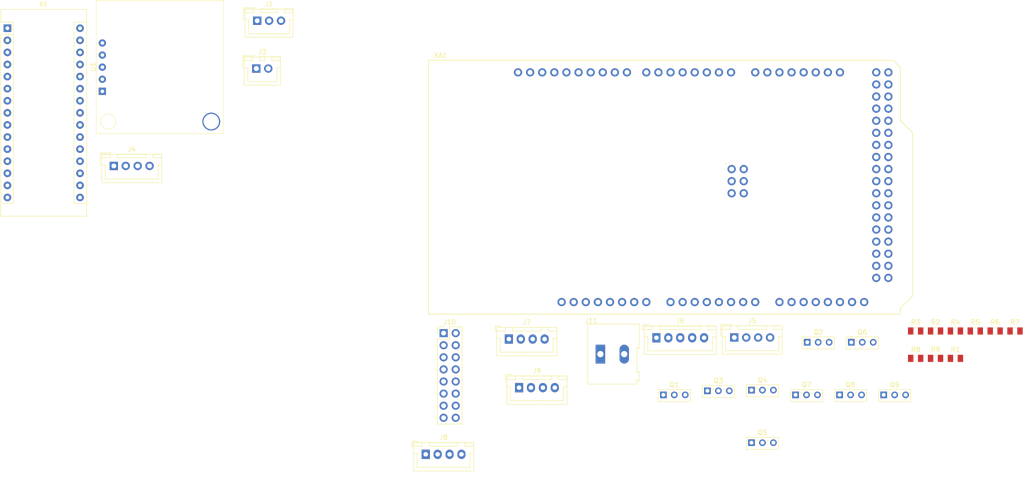
<source format=kicad_pcb>
(kicad_pcb (version 20171130) (host pcbnew "(5.0.0-rc2-dev-352-g017154715)")

  (general
    (thickness 1.6)
    (drawings 0)
    (tracks 0)
    (zones 0)
    (modules 31)
    (nets 36)
  )

  (page A4)
  (layers
    (0 F.Cu signal)
    (31 B.Cu signal)
    (32 B.Adhes user)
    (33 F.Adhes user)
    (34 B.Paste user)
    (35 F.Paste user)
    (36 B.SilkS user)
    (37 F.SilkS user)
    (38 B.Mask user)
    (39 F.Mask user)
    (40 Dwgs.User user)
    (41 Cmts.User user)
    (42 Eco1.User user)
    (43 Eco2.User user)
    (44 Edge.Cuts user)
    (45 Margin user)
    (46 B.CrtYd user)
    (47 F.CrtYd user)
    (48 B.Fab user)
    (49 F.Fab user)
  )

  (setup
    (last_trace_width 0.25)
    (trace_clearance 0.2)
    (zone_clearance 0.508)
    (zone_45_only no)
    (trace_min 0.2)
    (segment_width 0.2)
    (edge_width 0.2)
    (via_size 0.8)
    (via_drill 0.4)
    (via_min_size 0.4)
    (via_min_drill 0.3)
    (uvia_size 0.3)
    (uvia_drill 0.1)
    (uvias_allowed no)
    (uvia_min_size 0.2)
    (uvia_min_drill 0.1)
    (pcb_text_width 0.3)
    (pcb_text_size 1.5 1.5)
    (mod_edge_width 0.15)
    (mod_text_size 1 1)
    (mod_text_width 0.15)
    (pad_size 1.524 1.524)
    (pad_drill 0.762)
    (pad_to_mask_clearance 0.2)
    (aux_axis_origin 0 0)
    (visible_elements 7FFFFFFF)
    (pcbplotparams
      (layerselection 0x010fc_ffffffff)
      (usegerberextensions true)
      (usegerberattributes false)
      (usegerberadvancedattributes false)
      (creategerberjobfile false)
      (excludeedgelayer true)
      (linewidth 0.100000)
      (plotframeref false)
      (viasonmask false)
      (mode 1)
      (useauxorigin true)
      (hpglpennumber 1)
      (hpglpenspeed 20)
      (hpglpendiameter 15)
      (psnegative false)
      (psa4output false)
      (plotreference true)
      (plotvalue true)
      (plotinvisibletext false)
      (padsonsilk false)
      (subtractmaskfromsilk false)
      (outputformat 1)
      (mirror false)
      (drillshape 0)
      (scaleselection 1)
      (outputdirectory Gerbers/))
  )

  (net 0 "")
  (net 1 +5V)
  (net 2 GND)
  (net 3 /SVO_DATA)
  (net 4 /BTN_3)
  (net 5 /BTN_1)
  (net 6 /BTN_2)
  (net 7 /SCL)
  (net 8 /SDA)
  (net 9 /ENC_CLK)
  (net 10 /ENC_SW)
  (net 11 /ENC_DT)
  (net 12 +12V)
  (net 13 "Net-(J7-Pad2)")
  (net 14 "Net-(J7-Pad3)")
  (net 15 "Net-(J7-Pad4)")
  (net 16 "Net-(J8-Pad2)")
  (net 17 "Net-(J8-Pad3)")
  (net 18 "Net-(J8-Pad4)")
  (net 19 "Net-(J9-Pad4)")
  (net 20 "Net-(J9-Pad3)")
  (net 21 "Net-(J9-Pad2)")
  (net 22 /D25)
  (net 23 /D28)
  (net 24 /A1)
  (net 25 /A3)
  (net 26 /D30)
  (net 27 /D2)
  (net 28 /D3)
  (net 29 /D4)
  (net 30 /D5)
  (net 31 /D6)
  (net 32 /D7)
  (net 33 /D8)
  (net 34 /D9)
  (net 35 /D10)

  (net_class Default "This is the default net class."
    (clearance 0.2)
    (trace_width 0.25)
    (via_dia 0.8)
    (via_drill 0.4)
    (uvia_dia 0.3)
    (uvia_drill 0.1)
    (add_net +12V)
    (add_net +5V)
    (add_net /A1)
    (add_net /A3)
    (add_net /BTN_1)
    (add_net /BTN_2)
    (add_net /BTN_3)
    (add_net /D10)
    (add_net /D2)
    (add_net /D25)
    (add_net /D28)
    (add_net /D3)
    (add_net /D30)
    (add_net /D4)
    (add_net /D5)
    (add_net /D6)
    (add_net /D7)
    (add_net /D8)
    (add_net /D9)
    (add_net /ENC_CLK)
    (add_net /ENC_DT)
    (add_net /ENC_SW)
    (add_net /SCL)
    (add_net /SDA)
    (add_net /SVO_DATA)
    (add_net GND)
    (add_net "Net-(J7-Pad2)")
    (add_net "Net-(J7-Pad3)")
    (add_net "Net-(J7-Pad4)")
    (add_net "Net-(J8-Pad2)")
    (add_net "Net-(J8-Pad3)")
    (add_net "Net-(J8-Pad4)")
    (add_net "Net-(J9-Pad2)")
    (add_net "Net-(J9-Pad3)")
    (add_net "Net-(J9-Pad4)")
  )

  (module Connectors_JST:JST_XH_B04B-XH-A_04x2.50mm_Straight (layer F.Cu) (tedit 58EAE7F0) (tstamp 5B313C7C)
    (at 168.515001 102.9175)
    (descr "JST XH series connector, B04B-XH-A, top entry type, through hole")
    (tags "connector jst xh tht top vertical 2.50mm")
    (path /5AFFD786)
    (fp_text reference J5 (at 3.75 -3.5) (layer F.SilkS)
      (effects (font (size 1 1) (thickness 0.15)))
    )
    (fp_text value "4002 LCD Screen" (at 3.75 4.5) (layer F.Fab)
      (effects (font (size 1 1) (thickness 0.15)))
    )
    (fp_text user %R (at 3.75 2.5) (layer F.Fab)
      (effects (font (size 1 1) (thickness 0.15)))
    )
    (fp_line (start -2.85 -2.75) (end -2.85 -0.25) (layer F.Fab) (width 0.1))
    (fp_line (start -0.35 -2.75) (end -2.85 -2.75) (layer F.Fab) (width 0.1))
    (fp_line (start -2.85 -2.75) (end -2.85 -0.25) (layer F.SilkS) (width 0.12))
    (fp_line (start -0.35 -2.75) (end -2.85 -2.75) (layer F.SilkS) (width 0.12))
    (fp_line (start 9.3 2.75) (end 3.75 2.75) (layer F.SilkS) (width 0.12))
    (fp_line (start 9.3 -0.2) (end 9.3 2.75) (layer F.SilkS) (width 0.12))
    (fp_line (start 10.05 -0.2) (end 9.3 -0.2) (layer F.SilkS) (width 0.12))
    (fp_line (start -1.8 2.75) (end 3.75 2.75) (layer F.SilkS) (width 0.12))
    (fp_line (start -1.8 -0.2) (end -1.8 2.75) (layer F.SilkS) (width 0.12))
    (fp_line (start -2.55 -0.2) (end -1.8 -0.2) (layer F.SilkS) (width 0.12))
    (fp_line (start 10.05 -2.45) (end 8.25 -2.45) (layer F.SilkS) (width 0.12))
    (fp_line (start 10.05 -1.7) (end 10.05 -2.45) (layer F.SilkS) (width 0.12))
    (fp_line (start 8.25 -1.7) (end 10.05 -1.7) (layer F.SilkS) (width 0.12))
    (fp_line (start 8.25 -2.45) (end 8.25 -1.7) (layer F.SilkS) (width 0.12))
    (fp_line (start -0.75 -2.45) (end -2.55 -2.45) (layer F.SilkS) (width 0.12))
    (fp_line (start -0.75 -1.7) (end -0.75 -2.45) (layer F.SilkS) (width 0.12))
    (fp_line (start -2.55 -1.7) (end -0.75 -1.7) (layer F.SilkS) (width 0.12))
    (fp_line (start -2.55 -2.45) (end -2.55 -1.7) (layer F.SilkS) (width 0.12))
    (fp_line (start 6.75 -2.45) (end 0.75 -2.45) (layer F.SilkS) (width 0.12))
    (fp_line (start 6.75 -1.7) (end 6.75 -2.45) (layer F.SilkS) (width 0.12))
    (fp_line (start 0.75 -1.7) (end 6.75 -1.7) (layer F.SilkS) (width 0.12))
    (fp_line (start 0.75 -2.45) (end 0.75 -1.7) (layer F.SilkS) (width 0.12))
    (fp_line (start 10.05 -2.45) (end -2.55 -2.45) (layer F.SilkS) (width 0.12))
    (fp_line (start 10.05 3.5) (end 10.05 -2.45) (layer F.SilkS) (width 0.12))
    (fp_line (start -2.55 3.5) (end 10.05 3.5) (layer F.SilkS) (width 0.12))
    (fp_line (start -2.55 -2.45) (end -2.55 3.5) (layer F.SilkS) (width 0.12))
    (fp_line (start 10.45 -2.85) (end -2.95 -2.85) (layer F.CrtYd) (width 0.05))
    (fp_line (start 10.45 3.9) (end 10.45 -2.85) (layer F.CrtYd) (width 0.05))
    (fp_line (start -2.95 3.9) (end 10.45 3.9) (layer F.CrtYd) (width 0.05))
    (fp_line (start -2.95 -2.85) (end -2.95 3.9) (layer F.CrtYd) (width 0.05))
    (fp_line (start 9.95 -2.35) (end -2.45 -2.35) (layer F.Fab) (width 0.1))
    (fp_line (start 9.95 3.4) (end 9.95 -2.35) (layer F.Fab) (width 0.1))
    (fp_line (start -2.45 3.4) (end 9.95 3.4) (layer F.Fab) (width 0.1))
    (fp_line (start -2.45 -2.35) (end -2.45 3.4) (layer F.Fab) (width 0.1))
    (pad 4 thru_hole circle (at 7.5 0) (size 1.75 1.75) (drill 1) (layers *.Cu *.Mask)
      (net 7 /SCL))
    (pad 3 thru_hole circle (at 5 0) (size 1.75 1.75) (drill 1) (layers *.Cu *.Mask)
      (net 8 /SDA))
    (pad 2 thru_hole circle (at 2.5 0) (size 1.75 1.75) (drill 1) (layers *.Cu *.Mask)
      (net 1 +5V))
    (pad 1 thru_hole rect (at 0 0) (size 1.75 1.75) (drill 1) (layers *.Cu *.Mask)
      (net 2 GND))
    (model Connectors_JST.3dshapes/JST_XH_B04B-XH-A_04x2.50mm_Straight.wrl
      (at (xyz 0 0 0))
      (scale (xyz 1 1 1))
      (rotate (xyz 0 0 0))
    )
  )

  (module Connector_JST:JST_XH_B05B-XH-A_1x05_P2.50mm_Vertical (layer F.Cu) (tedit 5A2731AA) (tstamp 5B313CA8)
    (at 152.165001 102.9675)
    (descr "JST XH series connector, B05B-XH-A (http://www.jst-mfg.com/product/pdf/eng/eXH.pdf), generated with kicad-footprint-generator")
    (tags "connector JST XH side entry")
    (path /5B03D90E)
    (fp_text reference J6 (at 5 -3.55) (layer F.SilkS)
      (effects (font (size 1 1) (thickness 0.15)))
    )
    (fp_text value Encoder (at 5 4.6) (layer F.Fab)
      (effects (font (size 1 1) (thickness 0.15)))
    )
    (fp_line (start -2.45 -2.35) (end -2.45 3.4) (layer F.Fab) (width 0.1))
    (fp_line (start -2.45 3.4) (end 12.45 3.4) (layer F.Fab) (width 0.1))
    (fp_line (start 12.45 3.4) (end 12.45 -2.35) (layer F.Fab) (width 0.1))
    (fp_line (start 12.45 -2.35) (end -2.45 -2.35) (layer F.Fab) (width 0.1))
    (fp_line (start -2.56 -2.46) (end -2.56 3.51) (layer F.SilkS) (width 0.12))
    (fp_line (start -2.56 3.51) (end 12.56 3.51) (layer F.SilkS) (width 0.12))
    (fp_line (start 12.56 3.51) (end 12.56 -2.46) (layer F.SilkS) (width 0.12))
    (fp_line (start 12.56 -2.46) (end -2.56 -2.46) (layer F.SilkS) (width 0.12))
    (fp_line (start -2.95 -2.85) (end -2.95 3.9) (layer F.CrtYd) (width 0.05))
    (fp_line (start -2.95 3.9) (end 12.95 3.9) (layer F.CrtYd) (width 0.05))
    (fp_line (start 12.95 3.9) (end 12.95 -2.85) (layer F.CrtYd) (width 0.05))
    (fp_line (start 12.95 -2.85) (end -2.95 -2.85) (layer F.CrtYd) (width 0.05))
    (fp_line (start -0.625 -2.35) (end 0 -1.35) (layer F.Fab) (width 0.1))
    (fp_line (start 0 -1.35) (end 0.625 -2.35) (layer F.Fab) (width 0.1))
    (fp_line (start 0.75 -2.45) (end 0.75 -1.7) (layer F.SilkS) (width 0.12))
    (fp_line (start 0.75 -1.7) (end 9.25 -1.7) (layer F.SilkS) (width 0.12))
    (fp_line (start 9.25 -1.7) (end 9.25 -2.45) (layer F.SilkS) (width 0.12))
    (fp_line (start 9.25 -2.45) (end 0.75 -2.45) (layer F.SilkS) (width 0.12))
    (fp_line (start -2.55 -2.45) (end -2.55 -1.7) (layer F.SilkS) (width 0.12))
    (fp_line (start -2.55 -1.7) (end -0.75 -1.7) (layer F.SilkS) (width 0.12))
    (fp_line (start -0.75 -1.7) (end -0.75 -2.45) (layer F.SilkS) (width 0.12))
    (fp_line (start -0.75 -2.45) (end -2.55 -2.45) (layer F.SilkS) (width 0.12))
    (fp_line (start 10.75 -2.45) (end 10.75 -1.7) (layer F.SilkS) (width 0.12))
    (fp_line (start 10.75 -1.7) (end 12.55 -1.7) (layer F.SilkS) (width 0.12))
    (fp_line (start 12.55 -1.7) (end 12.55 -2.45) (layer F.SilkS) (width 0.12))
    (fp_line (start 12.55 -2.45) (end 10.75 -2.45) (layer F.SilkS) (width 0.12))
    (fp_line (start -2.55 -0.2) (end -1.8 -0.2) (layer F.SilkS) (width 0.12))
    (fp_line (start -1.8 -0.2) (end -1.8 2.75) (layer F.SilkS) (width 0.12))
    (fp_line (start -1.8 2.75) (end 5 2.75) (layer F.SilkS) (width 0.12))
    (fp_line (start 12.55 -0.2) (end 11.8 -0.2) (layer F.SilkS) (width 0.12))
    (fp_line (start 11.8 -0.2) (end 11.8 2.75) (layer F.SilkS) (width 0.12))
    (fp_line (start 11.8 2.75) (end 5 2.75) (layer F.SilkS) (width 0.12))
    (fp_line (start -1.6 -2.75) (end -2.85 -2.75) (layer F.SilkS) (width 0.12))
    (fp_line (start -2.85 -2.75) (end -2.85 -1.5) (layer F.SilkS) (width 0.12))
    (fp_text user %R (at 5 2.7) (layer F.Fab)
      (effects (font (size 1 1) (thickness 0.15)))
    )
    (pad 1 thru_hole rect (at 0 0) (size 1.7 1.95) (drill 0.95) (layers *.Cu *.Mask)
      (net 2 GND))
    (pad 2 thru_hole oval (at 2.5 0) (size 1.7 1.95) (drill 0.95) (layers *.Cu *.Mask)
      (net 1 +5V))
    (pad 3 thru_hole oval (at 5 0) (size 1.7 1.95) (drill 0.95) (layers *.Cu *.Mask)
      (net 10 /ENC_SW))
    (pad 4 thru_hole oval (at 7.5 0) (size 1.7 1.95) (drill 0.95) (layers *.Cu *.Mask)
      (net 11 /ENC_DT))
    (pad 5 thru_hole oval (at 10 0) (size 1.7 1.95) (drill 0.95) (layers *.Cu *.Mask)
      (net 9 /ENC_CLK))
    (model ${KISYS3DMOD}/Connector_JST.3dshapes/JST_XH_B05B-XH-A_1x05_P2.50mm_Vertical.wrl
      (at (xyz 0 0 0))
      (scale (xyz 1 1 1))
      (rotate (xyz 0 0 0))
    )
  )

  (module Connector_JST:JST_XH_B04B-XH-A_1x04_P2.50mm_Vertical (layer F.Cu) (tedit 5A2731AA) (tstamp 5B313CD3)
    (at 121.198809 103.2475)
    (descr "JST XH series connector, B04B-XH-A (http://www.jst-mfg.com/product/pdf/eng/eXH.pdf), generated with kicad-footprint-generator")
    (tags "connector JST XH side entry")
    (path /5B09E233)
    (fp_text reference J7 (at 3.75 -3.55) (layer F.SilkS)
      (effects (font (size 1 1) (thickness 0.15)))
    )
    (fp_text value RGB_LED_Strip_Connector (at 3.75 4.6) (layer F.Fab)
      (effects (font (size 1 1) (thickness 0.15)))
    )
    (fp_line (start -2.45 -2.35) (end -2.45 3.4) (layer F.Fab) (width 0.1))
    (fp_line (start -2.45 3.4) (end 9.95 3.4) (layer F.Fab) (width 0.1))
    (fp_line (start 9.95 3.4) (end 9.95 -2.35) (layer F.Fab) (width 0.1))
    (fp_line (start 9.95 -2.35) (end -2.45 -2.35) (layer F.Fab) (width 0.1))
    (fp_line (start -2.56 -2.46) (end -2.56 3.51) (layer F.SilkS) (width 0.12))
    (fp_line (start -2.56 3.51) (end 10.06 3.51) (layer F.SilkS) (width 0.12))
    (fp_line (start 10.06 3.51) (end 10.06 -2.46) (layer F.SilkS) (width 0.12))
    (fp_line (start 10.06 -2.46) (end -2.56 -2.46) (layer F.SilkS) (width 0.12))
    (fp_line (start -2.95 -2.85) (end -2.95 3.9) (layer F.CrtYd) (width 0.05))
    (fp_line (start -2.95 3.9) (end 10.45 3.9) (layer F.CrtYd) (width 0.05))
    (fp_line (start 10.45 3.9) (end 10.45 -2.85) (layer F.CrtYd) (width 0.05))
    (fp_line (start 10.45 -2.85) (end -2.95 -2.85) (layer F.CrtYd) (width 0.05))
    (fp_line (start -0.625 -2.35) (end 0 -1.35) (layer F.Fab) (width 0.1))
    (fp_line (start 0 -1.35) (end 0.625 -2.35) (layer F.Fab) (width 0.1))
    (fp_line (start 0.75 -2.45) (end 0.75 -1.7) (layer F.SilkS) (width 0.12))
    (fp_line (start 0.75 -1.7) (end 6.75 -1.7) (layer F.SilkS) (width 0.12))
    (fp_line (start 6.75 -1.7) (end 6.75 -2.45) (layer F.SilkS) (width 0.12))
    (fp_line (start 6.75 -2.45) (end 0.75 -2.45) (layer F.SilkS) (width 0.12))
    (fp_line (start -2.55 -2.45) (end -2.55 -1.7) (layer F.SilkS) (width 0.12))
    (fp_line (start -2.55 -1.7) (end -0.75 -1.7) (layer F.SilkS) (width 0.12))
    (fp_line (start -0.75 -1.7) (end -0.75 -2.45) (layer F.SilkS) (width 0.12))
    (fp_line (start -0.75 -2.45) (end -2.55 -2.45) (layer F.SilkS) (width 0.12))
    (fp_line (start 8.25 -2.45) (end 8.25 -1.7) (layer F.SilkS) (width 0.12))
    (fp_line (start 8.25 -1.7) (end 10.05 -1.7) (layer F.SilkS) (width 0.12))
    (fp_line (start 10.05 -1.7) (end 10.05 -2.45) (layer F.SilkS) (width 0.12))
    (fp_line (start 10.05 -2.45) (end 8.25 -2.45) (layer F.SilkS) (width 0.12))
    (fp_line (start -2.55 -0.2) (end -1.8 -0.2) (layer F.SilkS) (width 0.12))
    (fp_line (start -1.8 -0.2) (end -1.8 2.75) (layer F.SilkS) (width 0.12))
    (fp_line (start -1.8 2.75) (end 3.75 2.75) (layer F.SilkS) (width 0.12))
    (fp_line (start 10.05 -0.2) (end 9.3 -0.2) (layer F.SilkS) (width 0.12))
    (fp_line (start 9.3 -0.2) (end 9.3 2.75) (layer F.SilkS) (width 0.12))
    (fp_line (start 9.3 2.75) (end 3.75 2.75) (layer F.SilkS) (width 0.12))
    (fp_line (start -1.6 -2.75) (end -2.85 -2.75) (layer F.SilkS) (width 0.12))
    (fp_line (start -2.85 -2.75) (end -2.85 -1.5) (layer F.SilkS) (width 0.12))
    (fp_text user %R (at 3.75 2.7) (layer F.Fab)
      (effects (font (size 1 1) (thickness 0.15)))
    )
    (pad 1 thru_hole rect (at 0 0) (size 1.7 1.95) (drill 0.95) (layers *.Cu *.Mask)
      (net 12 +12V))
    (pad 2 thru_hole oval (at 2.5 0) (size 1.7 1.95) (drill 0.95) (layers *.Cu *.Mask)
      (net 13 "Net-(J7-Pad2)"))
    (pad 3 thru_hole oval (at 5 0) (size 1.7 1.95) (drill 0.95) (layers *.Cu *.Mask)
      (net 14 "Net-(J7-Pad3)"))
    (pad 4 thru_hole oval (at 7.5 0) (size 1.7 1.95) (drill 0.95) (layers *.Cu *.Mask)
      (net 15 "Net-(J7-Pad4)"))
    (model ${KISYS3DMOD}/Connector_JST.3dshapes/JST_XH_B04B-XH-A_1x04_P2.50mm_Vertical.wrl
      (at (xyz 0 0 0))
      (scale (xyz 1 1 1))
      (rotate (xyz 0 0 0))
    )
  )

  (module Connector_JST:JST_XH_B04B-XH-A_1x04_P2.50mm_Vertical (layer F.Cu) (tedit 5A2731AA) (tstamp 5B313CFE)
    (at 103.748809 127.4575)
    (descr "JST XH series connector, B04B-XH-A (http://www.jst-mfg.com/product/pdf/eng/eXH.pdf), generated with kicad-footprint-generator")
    (tags "connector JST XH side entry")
    (path /5B0C5230)
    (fp_text reference J8 (at 3.75 -3.55) (layer F.SilkS)
      (effects (font (size 1 1) (thickness 0.15)))
    )
    (fp_text value RGB_LED_Strip_Connector (at 3.75 4.6) (layer F.Fab)
      (effects (font (size 1 1) (thickness 0.15)))
    )
    (fp_line (start -2.45 -2.35) (end -2.45 3.4) (layer F.Fab) (width 0.1))
    (fp_line (start -2.45 3.4) (end 9.95 3.4) (layer F.Fab) (width 0.1))
    (fp_line (start 9.95 3.4) (end 9.95 -2.35) (layer F.Fab) (width 0.1))
    (fp_line (start 9.95 -2.35) (end -2.45 -2.35) (layer F.Fab) (width 0.1))
    (fp_line (start -2.56 -2.46) (end -2.56 3.51) (layer F.SilkS) (width 0.12))
    (fp_line (start -2.56 3.51) (end 10.06 3.51) (layer F.SilkS) (width 0.12))
    (fp_line (start 10.06 3.51) (end 10.06 -2.46) (layer F.SilkS) (width 0.12))
    (fp_line (start 10.06 -2.46) (end -2.56 -2.46) (layer F.SilkS) (width 0.12))
    (fp_line (start -2.95 -2.85) (end -2.95 3.9) (layer F.CrtYd) (width 0.05))
    (fp_line (start -2.95 3.9) (end 10.45 3.9) (layer F.CrtYd) (width 0.05))
    (fp_line (start 10.45 3.9) (end 10.45 -2.85) (layer F.CrtYd) (width 0.05))
    (fp_line (start 10.45 -2.85) (end -2.95 -2.85) (layer F.CrtYd) (width 0.05))
    (fp_line (start -0.625 -2.35) (end 0 -1.35) (layer F.Fab) (width 0.1))
    (fp_line (start 0 -1.35) (end 0.625 -2.35) (layer F.Fab) (width 0.1))
    (fp_line (start 0.75 -2.45) (end 0.75 -1.7) (layer F.SilkS) (width 0.12))
    (fp_line (start 0.75 -1.7) (end 6.75 -1.7) (layer F.SilkS) (width 0.12))
    (fp_line (start 6.75 -1.7) (end 6.75 -2.45) (layer F.SilkS) (width 0.12))
    (fp_line (start 6.75 -2.45) (end 0.75 -2.45) (layer F.SilkS) (width 0.12))
    (fp_line (start -2.55 -2.45) (end -2.55 -1.7) (layer F.SilkS) (width 0.12))
    (fp_line (start -2.55 -1.7) (end -0.75 -1.7) (layer F.SilkS) (width 0.12))
    (fp_line (start -0.75 -1.7) (end -0.75 -2.45) (layer F.SilkS) (width 0.12))
    (fp_line (start -0.75 -2.45) (end -2.55 -2.45) (layer F.SilkS) (width 0.12))
    (fp_line (start 8.25 -2.45) (end 8.25 -1.7) (layer F.SilkS) (width 0.12))
    (fp_line (start 8.25 -1.7) (end 10.05 -1.7) (layer F.SilkS) (width 0.12))
    (fp_line (start 10.05 -1.7) (end 10.05 -2.45) (layer F.SilkS) (width 0.12))
    (fp_line (start 10.05 -2.45) (end 8.25 -2.45) (layer F.SilkS) (width 0.12))
    (fp_line (start -2.55 -0.2) (end -1.8 -0.2) (layer F.SilkS) (width 0.12))
    (fp_line (start -1.8 -0.2) (end -1.8 2.75) (layer F.SilkS) (width 0.12))
    (fp_line (start -1.8 2.75) (end 3.75 2.75) (layer F.SilkS) (width 0.12))
    (fp_line (start 10.05 -0.2) (end 9.3 -0.2) (layer F.SilkS) (width 0.12))
    (fp_line (start 9.3 -0.2) (end 9.3 2.75) (layer F.SilkS) (width 0.12))
    (fp_line (start 9.3 2.75) (end 3.75 2.75) (layer F.SilkS) (width 0.12))
    (fp_line (start -1.6 -2.75) (end -2.85 -2.75) (layer F.SilkS) (width 0.12))
    (fp_line (start -2.85 -2.75) (end -2.85 -1.5) (layer F.SilkS) (width 0.12))
    (fp_text user %R (at 3.75 2.7) (layer F.Fab)
      (effects (font (size 1 1) (thickness 0.15)))
    )
    (pad 1 thru_hole rect (at 0 0) (size 1.7 1.95) (drill 0.95) (layers *.Cu *.Mask)
      (net 12 +12V))
    (pad 2 thru_hole oval (at 2.5 0) (size 1.7 1.95) (drill 0.95) (layers *.Cu *.Mask)
      (net 16 "Net-(J8-Pad2)"))
    (pad 3 thru_hole oval (at 5 0) (size 1.7 1.95) (drill 0.95) (layers *.Cu *.Mask)
      (net 17 "Net-(J8-Pad3)"))
    (pad 4 thru_hole oval (at 7.5 0) (size 1.7 1.95) (drill 0.95) (layers *.Cu *.Mask)
      (net 18 "Net-(J8-Pad4)"))
    (model ${KISYS3DMOD}/Connector_JST.3dshapes/JST_XH_B04B-XH-A_1x04_P2.50mm_Vertical.wrl
      (at (xyz 0 0 0))
      (scale (xyz 1 1 1))
      (rotate (xyz 0 0 0))
    )
  )

  (module Connector_JST:JST_XH_B04B-XH-A_1x04_P2.50mm_Vertical (layer F.Cu) (tedit 5A2731AA) (tstamp 5B313D29)
    (at 123.338809 113.4475)
    (descr "JST XH series connector, B04B-XH-A (http://www.jst-mfg.com/product/pdf/eng/eXH.pdf), generated with kicad-footprint-generator")
    (tags "connector JST XH side entry")
    (path /5B0C699D)
    (fp_text reference J9 (at 3.75 -3.55) (layer F.SilkS)
      (effects (font (size 1 1) (thickness 0.15)))
    )
    (fp_text value RGB_LED_Strip_Connector (at 3.75 4.6) (layer F.Fab)
      (effects (font (size 1 1) (thickness 0.15)))
    )
    (fp_text user %R (at 3.75 2.7) (layer F.Fab)
      (effects (font (size 1 1) (thickness 0.15)))
    )
    (fp_line (start -2.85 -2.75) (end -2.85 -1.5) (layer F.SilkS) (width 0.12))
    (fp_line (start -1.6 -2.75) (end -2.85 -2.75) (layer F.SilkS) (width 0.12))
    (fp_line (start 9.3 2.75) (end 3.75 2.75) (layer F.SilkS) (width 0.12))
    (fp_line (start 9.3 -0.2) (end 9.3 2.75) (layer F.SilkS) (width 0.12))
    (fp_line (start 10.05 -0.2) (end 9.3 -0.2) (layer F.SilkS) (width 0.12))
    (fp_line (start -1.8 2.75) (end 3.75 2.75) (layer F.SilkS) (width 0.12))
    (fp_line (start -1.8 -0.2) (end -1.8 2.75) (layer F.SilkS) (width 0.12))
    (fp_line (start -2.55 -0.2) (end -1.8 -0.2) (layer F.SilkS) (width 0.12))
    (fp_line (start 10.05 -2.45) (end 8.25 -2.45) (layer F.SilkS) (width 0.12))
    (fp_line (start 10.05 -1.7) (end 10.05 -2.45) (layer F.SilkS) (width 0.12))
    (fp_line (start 8.25 -1.7) (end 10.05 -1.7) (layer F.SilkS) (width 0.12))
    (fp_line (start 8.25 -2.45) (end 8.25 -1.7) (layer F.SilkS) (width 0.12))
    (fp_line (start -0.75 -2.45) (end -2.55 -2.45) (layer F.SilkS) (width 0.12))
    (fp_line (start -0.75 -1.7) (end -0.75 -2.45) (layer F.SilkS) (width 0.12))
    (fp_line (start -2.55 -1.7) (end -0.75 -1.7) (layer F.SilkS) (width 0.12))
    (fp_line (start -2.55 -2.45) (end -2.55 -1.7) (layer F.SilkS) (width 0.12))
    (fp_line (start 6.75 -2.45) (end 0.75 -2.45) (layer F.SilkS) (width 0.12))
    (fp_line (start 6.75 -1.7) (end 6.75 -2.45) (layer F.SilkS) (width 0.12))
    (fp_line (start 0.75 -1.7) (end 6.75 -1.7) (layer F.SilkS) (width 0.12))
    (fp_line (start 0.75 -2.45) (end 0.75 -1.7) (layer F.SilkS) (width 0.12))
    (fp_line (start 0 -1.35) (end 0.625 -2.35) (layer F.Fab) (width 0.1))
    (fp_line (start -0.625 -2.35) (end 0 -1.35) (layer F.Fab) (width 0.1))
    (fp_line (start 10.45 -2.85) (end -2.95 -2.85) (layer F.CrtYd) (width 0.05))
    (fp_line (start 10.45 3.9) (end 10.45 -2.85) (layer F.CrtYd) (width 0.05))
    (fp_line (start -2.95 3.9) (end 10.45 3.9) (layer F.CrtYd) (width 0.05))
    (fp_line (start -2.95 -2.85) (end -2.95 3.9) (layer F.CrtYd) (width 0.05))
    (fp_line (start 10.06 -2.46) (end -2.56 -2.46) (layer F.SilkS) (width 0.12))
    (fp_line (start 10.06 3.51) (end 10.06 -2.46) (layer F.SilkS) (width 0.12))
    (fp_line (start -2.56 3.51) (end 10.06 3.51) (layer F.SilkS) (width 0.12))
    (fp_line (start -2.56 -2.46) (end -2.56 3.51) (layer F.SilkS) (width 0.12))
    (fp_line (start 9.95 -2.35) (end -2.45 -2.35) (layer F.Fab) (width 0.1))
    (fp_line (start 9.95 3.4) (end 9.95 -2.35) (layer F.Fab) (width 0.1))
    (fp_line (start -2.45 3.4) (end 9.95 3.4) (layer F.Fab) (width 0.1))
    (fp_line (start -2.45 -2.35) (end -2.45 3.4) (layer F.Fab) (width 0.1))
    (pad 4 thru_hole oval (at 7.5 0) (size 1.7 1.95) (drill 0.95) (layers *.Cu *.Mask)
      (net 19 "Net-(J9-Pad4)"))
    (pad 3 thru_hole oval (at 5 0) (size 1.7 1.95) (drill 0.95) (layers *.Cu *.Mask)
      (net 20 "Net-(J9-Pad3)"))
    (pad 2 thru_hole oval (at 2.5 0) (size 1.7 1.95) (drill 0.95) (layers *.Cu *.Mask)
      (net 21 "Net-(J9-Pad2)"))
    (pad 1 thru_hole rect (at 0 0) (size 1.7 1.95) (drill 0.95) (layers *.Cu *.Mask)
      (net 12 +12V))
    (model ${KISYS3DMOD}/Connector_JST.3dshapes/JST_XH_B04B-XH-A_1x04_P2.50mm_Vertical.wrl
      (at (xyz 0 0 0))
      (scale (xyz 1 1 1))
      (rotate (xyz 0 0 0))
    )
  )

  (module Connector_PinHeader_2.54mm:PinHeader_2x08_P2.54mm_Vertical (layer F.Cu) (tedit 59FED5CC) (tstamp 5B313D4F)
    (at 107.5 102)
    (descr "Through hole straight pin header, 2x08, 2.54mm pitch, double rows")
    (tags "Through hole pin header THT 2x08 2.54mm double row")
    (path /5B0E4FF2)
    (fp_text reference J10 (at 1.27 -2.33) (layer F.SilkS)
      (effects (font (size 1 1) (thickness 0.15)))
    )
    (fp_text value Conn_02x08_Odd_Even (at 1.27 20.11) (layer F.Fab)
      (effects (font (size 1 1) (thickness 0.15)))
    )
    (fp_line (start 0 -1.27) (end 3.81 -1.27) (layer F.Fab) (width 0.1))
    (fp_line (start 3.81 -1.27) (end 3.81 19.05) (layer F.Fab) (width 0.1))
    (fp_line (start 3.81 19.05) (end -1.27 19.05) (layer F.Fab) (width 0.1))
    (fp_line (start -1.27 19.05) (end -1.27 0) (layer F.Fab) (width 0.1))
    (fp_line (start -1.27 0) (end 0 -1.27) (layer F.Fab) (width 0.1))
    (fp_line (start -1.33 19.11) (end 3.87 19.11) (layer F.SilkS) (width 0.12))
    (fp_line (start -1.33 1.27) (end -1.33 19.11) (layer F.SilkS) (width 0.12))
    (fp_line (start 3.87 -1.33) (end 3.87 19.11) (layer F.SilkS) (width 0.12))
    (fp_line (start -1.33 1.27) (end 1.27 1.27) (layer F.SilkS) (width 0.12))
    (fp_line (start 1.27 1.27) (end 1.27 -1.33) (layer F.SilkS) (width 0.12))
    (fp_line (start 1.27 -1.33) (end 3.87 -1.33) (layer F.SilkS) (width 0.12))
    (fp_line (start -1.33 0) (end -1.33 -1.33) (layer F.SilkS) (width 0.12))
    (fp_line (start -1.33 -1.33) (end 0 -1.33) (layer F.SilkS) (width 0.12))
    (fp_line (start -1.8 -1.8) (end -1.8 19.55) (layer F.CrtYd) (width 0.05))
    (fp_line (start -1.8 19.55) (end 4.35 19.55) (layer F.CrtYd) (width 0.05))
    (fp_line (start 4.35 19.55) (end 4.35 -1.8) (layer F.CrtYd) (width 0.05))
    (fp_line (start 4.35 -1.8) (end -1.8 -1.8) (layer F.CrtYd) (width 0.05))
    (fp_text user %R (at 1.27 8.89 90) (layer F.Fab)
      (effects (font (size 1 1) (thickness 0.15)))
    )
    (pad 1 thru_hole rect (at 0 0) (size 1.7 1.7) (drill 1) (layers *.Cu *.Mask))
    (pad 2 thru_hole oval (at 2.54 0) (size 1.7 1.7) (drill 1) (layers *.Cu *.Mask)
      (net 22 /D25))
    (pad 3 thru_hole oval (at 0 2.54) (size 1.7 1.7) (drill 1) (layers *.Cu *.Mask))
    (pad 4 thru_hole oval (at 2.54 2.54) (size 1.7 1.7) (drill 1) (layers *.Cu *.Mask)
      (net 2 GND))
    (pad 5 thru_hole oval (at 0 5.08) (size 1.7 1.7) (drill 1) (layers *.Cu *.Mask))
    (pad 6 thru_hole oval (at 2.54 5.08) (size 1.7 1.7) (drill 1) (layers *.Cu *.Mask)
      (net 23 /D28))
    (pad 7 thru_hole oval (at 0 7.62) (size 1.7 1.7) (drill 1) (layers *.Cu *.Mask))
    (pad 8 thru_hole oval (at 2.54 7.62) (size 1.7 1.7) (drill 1) (layers *.Cu *.Mask)
      (net 2 GND))
    (pad 9 thru_hole oval (at 0 10.16) (size 1.7 1.7) (drill 1) (layers *.Cu *.Mask))
    (pad 10 thru_hole oval (at 2.54 10.16) (size 1.7 1.7) (drill 1) (layers *.Cu *.Mask)
      (net 24 /A1))
    (pad 11 thru_hole oval (at 0 12.7) (size 1.7 1.7) (drill 1) (layers *.Cu *.Mask))
    (pad 12 thru_hole oval (at 2.54 12.7) (size 1.7 1.7) (drill 1) (layers *.Cu *.Mask)
      (net 25 /A3))
    (pad 13 thru_hole oval (at 0 15.24) (size 1.7 1.7) (drill 1) (layers *.Cu *.Mask))
    (pad 14 thru_hole oval (at 2.54 15.24) (size 1.7 1.7) (drill 1) (layers *.Cu *.Mask)
      (net 26 /D30))
    (pad 15 thru_hole oval (at 0 17.78) (size 1.7 1.7) (drill 1) (layers *.Cu *.Mask))
    (pad 16 thru_hole oval (at 2.54 17.78) (size 1.7 1.7) (drill 1) (layers *.Cu *.Mask)
      (net 2 GND))
    (model ${KISYS3DMOD}/Connector_PinHeader_2.54mm.3dshapes/PinHeader_2x08_P2.54mm_Vertical.wrl
      (at (xyz 0 0 0))
      (scale (xyz 1 1 1))
      (rotate (xyz 0 0 0))
    )
  )

  (module TerminalBlock:TerminalBlock_Altech_AK300-2_P5.00mm (layer F.Cu) (tedit 59FF0306) (tstamp 5B313DB6)
    (at 140.408333 106.4075)
    (descr "Altech AK300 terminal block, pitch 5.0mm, 45 degree angled, see http://www.mouser.com/ds/2/16/PCBMETRC-24178.pdf")
    (tags "Altech AK300 terminal block pitch 5.0mm")
    (path /5B0E97EB)
    (fp_text reference J11 (at -1.92 -6.99) (layer F.SilkS)
      (effects (font (size 1 1) (thickness 0.15)))
    )
    (fp_text value Conn_01x02 (at 2.78 7.75) (layer F.Fab)
      (effects (font (size 1 1) (thickness 0.15)))
    )
    (fp_text user %R (at 2.5 -2) (layer F.Fab)
      (effects (font (size 1 1) (thickness 0.15)))
    )
    (fp_line (start -2.65 -6.3) (end -2.65 6.3) (layer F.SilkS) (width 0.12))
    (fp_line (start -2.65 6.3) (end 7.7 6.3) (layer F.SilkS) (width 0.12))
    (fp_line (start 7.7 6.3) (end 7.7 5.35) (layer F.SilkS) (width 0.12))
    (fp_line (start 7.7 5.35) (end 8.2 5.6) (layer F.SilkS) (width 0.12))
    (fp_line (start 8.2 5.6) (end 8.2 3.7) (layer F.SilkS) (width 0.12))
    (fp_line (start 8.2 3.7) (end 8.2 3.65) (layer F.SilkS) (width 0.12))
    (fp_line (start 8.2 3.65) (end 7.7 3.9) (layer F.SilkS) (width 0.12))
    (fp_line (start 7.7 3.9) (end 7.7 -1.5) (layer F.SilkS) (width 0.12))
    (fp_line (start 7.7 -1.5) (end 8.2 -1.2) (layer F.SilkS) (width 0.12))
    (fp_line (start 8.2 -1.2) (end 8.2 -6.3) (layer F.SilkS) (width 0.12))
    (fp_line (start 8.2 -6.3) (end -2.65 -6.3) (layer F.SilkS) (width 0.12))
    (fp_line (start -1.26 2.54) (end 1.28 2.54) (layer F.Fab) (width 0.1))
    (fp_line (start 1.28 2.54) (end 1.28 -0.25) (layer F.Fab) (width 0.1))
    (fp_line (start -1.26 -0.25) (end 1.28 -0.25) (layer F.Fab) (width 0.1))
    (fp_line (start -1.26 2.54) (end -1.26 -0.25) (layer F.Fab) (width 0.1))
    (fp_line (start 3.74 2.54) (end 6.28 2.54) (layer F.Fab) (width 0.1))
    (fp_line (start 6.28 2.54) (end 6.28 -0.25) (layer F.Fab) (width 0.1))
    (fp_line (start 3.74 -0.25) (end 6.28 -0.25) (layer F.Fab) (width 0.1))
    (fp_line (start 3.74 2.54) (end 3.74 -0.25) (layer F.Fab) (width 0.1))
    (fp_line (start 7.61 -6.22) (end 7.61 -3.17) (layer F.Fab) (width 0.1))
    (fp_line (start 7.61 -6.22) (end -2.58 -6.22) (layer F.Fab) (width 0.1))
    (fp_line (start 7.61 -6.22) (end 8.11 -6.22) (layer F.Fab) (width 0.1))
    (fp_line (start 8.11 -6.22) (end 8.11 -1.4) (layer F.Fab) (width 0.1))
    (fp_line (start 8.11 -1.4) (end 7.61 -1.65) (layer F.Fab) (width 0.1))
    (fp_line (start 8.11 5.46) (end 7.61 5.21) (layer F.Fab) (width 0.1))
    (fp_line (start 7.61 5.21) (end 7.61 6.22) (layer F.Fab) (width 0.1))
    (fp_line (start 8.11 3.81) (end 7.61 4.06) (layer F.Fab) (width 0.1))
    (fp_line (start 7.61 4.06) (end 7.61 5.21) (layer F.Fab) (width 0.1))
    (fp_line (start 8.11 3.81) (end 8.11 5.46) (layer F.Fab) (width 0.1))
    (fp_line (start 2.98 6.22) (end 2.98 4.32) (layer F.Fab) (width 0.1))
    (fp_line (start 7.05 -0.25) (end 7.05 4.32) (layer F.Fab) (width 0.1))
    (fp_line (start 2.98 6.22) (end 7.05 6.22) (layer F.Fab) (width 0.1))
    (fp_line (start 7.05 6.22) (end 7.61 6.22) (layer F.Fab) (width 0.1))
    (fp_line (start 2.04 6.22) (end 2.04 4.32) (layer F.Fab) (width 0.1))
    (fp_line (start 2.04 6.22) (end 2.98 6.22) (layer F.Fab) (width 0.1))
    (fp_line (start -2.02 -0.25) (end -2.02 4.32) (layer F.Fab) (width 0.1))
    (fp_line (start -2.58 6.22) (end -2.02 6.22) (layer F.Fab) (width 0.1))
    (fp_line (start -2.02 6.22) (end 2.04 6.22) (layer F.Fab) (width 0.1))
    (fp_line (start 2.98 4.32) (end 7.05 4.32) (layer F.Fab) (width 0.1))
    (fp_line (start 2.98 4.32) (end 2.98 -0.25) (layer F.Fab) (width 0.1))
    (fp_line (start 7.05 4.32) (end 7.05 6.22) (layer F.Fab) (width 0.1))
    (fp_line (start 2.04 4.32) (end -2.02 4.32) (layer F.Fab) (width 0.1))
    (fp_line (start 2.04 4.32) (end 2.04 -0.25) (layer F.Fab) (width 0.1))
    (fp_line (start -2.02 4.32) (end -2.02 6.22) (layer F.Fab) (width 0.1))
    (fp_line (start 6.67 3.68) (end 6.67 0.51) (layer F.Fab) (width 0.1))
    (fp_line (start 6.67 3.68) (end 3.36 3.68) (layer F.Fab) (width 0.1))
    (fp_line (start 3.36 3.68) (end 3.36 0.51) (layer F.Fab) (width 0.1))
    (fp_line (start 1.66 3.68) (end 1.66 0.51) (layer F.Fab) (width 0.1))
    (fp_line (start 1.66 3.68) (end -1.64 3.68) (layer F.Fab) (width 0.1))
    (fp_line (start -1.64 3.68) (end -1.64 0.51) (layer F.Fab) (width 0.1))
    (fp_line (start -1.64 0.51) (end -1.26 0.51) (layer F.Fab) (width 0.1))
    (fp_line (start 1.66 0.51) (end 1.28 0.51) (layer F.Fab) (width 0.1))
    (fp_line (start 3.36 0.51) (end 3.74 0.51) (layer F.Fab) (width 0.1))
    (fp_line (start 6.67 0.51) (end 6.28 0.51) (layer F.Fab) (width 0.1))
    (fp_line (start -2.58 6.22) (end -2.58 -0.64) (layer F.Fab) (width 0.1))
    (fp_line (start -2.58 -0.64) (end -2.58 -3.17) (layer F.Fab) (width 0.1))
    (fp_line (start 7.61 -1.65) (end 7.61 -0.64) (layer F.Fab) (width 0.1))
    (fp_line (start 7.61 -0.64) (end 7.61 4.06) (layer F.Fab) (width 0.1))
    (fp_line (start -2.58 -3.17) (end 7.61 -3.17) (layer F.Fab) (width 0.1))
    (fp_line (start -2.58 -3.17) (end -2.58 -6.22) (layer F.Fab) (width 0.1))
    (fp_line (start 7.61 -3.17) (end 7.61 -1.65) (layer F.Fab) (width 0.1))
    (fp_line (start 2.98 -3.43) (end 2.98 -5.97) (layer F.Fab) (width 0.1))
    (fp_line (start 2.98 -5.97) (end 7.05 -5.97) (layer F.Fab) (width 0.1))
    (fp_line (start 7.05 -5.97) (end 7.05 -3.43) (layer F.Fab) (width 0.1))
    (fp_line (start 7.05 -3.43) (end 2.98 -3.43) (layer F.Fab) (width 0.1))
    (fp_line (start 2.04 -3.43) (end 2.04 -5.97) (layer F.Fab) (width 0.1))
    (fp_line (start 2.04 -3.43) (end -2.02 -3.43) (layer F.Fab) (width 0.1))
    (fp_line (start -2.02 -3.43) (end -2.02 -5.97) (layer F.Fab) (width 0.1))
    (fp_line (start 2.04 -5.97) (end -2.02 -5.97) (layer F.Fab) (width 0.1))
    (fp_line (start 3.39 -4.45) (end 6.44 -5.08) (layer F.Fab) (width 0.1))
    (fp_line (start 3.52 -4.32) (end 6.56 -4.95) (layer F.Fab) (width 0.1))
    (fp_line (start -1.62 -4.45) (end 1.44 -5.08) (layer F.Fab) (width 0.1))
    (fp_line (start -1.49 -4.32) (end 1.56 -4.95) (layer F.Fab) (width 0.1))
    (fp_line (start -2.02 -0.25) (end -1.64 -0.25) (layer F.Fab) (width 0.1))
    (fp_line (start 2.04 -0.25) (end 1.66 -0.25) (layer F.Fab) (width 0.1))
    (fp_line (start 1.66 -0.25) (end -1.64 -0.25) (layer F.Fab) (width 0.1))
    (fp_line (start -2.58 -0.64) (end -1.64 -0.64) (layer F.Fab) (width 0.1))
    (fp_line (start -1.64 -0.64) (end 1.66 -0.64) (layer F.Fab) (width 0.1))
    (fp_line (start 1.66 -0.64) (end 3.36 -0.64) (layer F.Fab) (width 0.1))
    (fp_line (start 7.61 -0.64) (end 6.67 -0.64) (layer F.Fab) (width 0.1))
    (fp_line (start 6.67 -0.64) (end 3.36 -0.64) (layer F.Fab) (width 0.1))
    (fp_line (start 7.05 -0.25) (end 6.67 -0.25) (layer F.Fab) (width 0.1))
    (fp_line (start 2.98 -0.25) (end 3.36 -0.25) (layer F.Fab) (width 0.1))
    (fp_line (start 3.36 -0.25) (end 6.67 -0.25) (layer F.Fab) (width 0.1))
    (fp_line (start -2.83 -6.47) (end 8.36 -6.47) (layer F.CrtYd) (width 0.05))
    (fp_line (start -2.83 -6.47) (end -2.83 6.47) (layer F.CrtYd) (width 0.05))
    (fp_line (start 8.36 6.47) (end 8.36 -6.47) (layer F.CrtYd) (width 0.05))
    (fp_line (start 8.36 6.47) (end -2.83 6.47) (layer F.CrtYd) (width 0.05))
    (fp_arc (start 6.03 -4.59) (end 6.54 -5.05) (angle 90.5) (layer F.Fab) (width 0.1))
    (fp_arc (start 5.07 -6.07) (end 6.53 -4.12) (angle 75.5) (layer F.Fab) (width 0.1))
    (fp_arc (start 4.99 -3.71) (end 3.39 -5) (angle 100) (layer F.Fab) (width 0.1))
    (fp_arc (start 3.87 -4.65) (end 3.58 -4.13) (angle 104.2) (layer F.Fab) (width 0.1))
    (fp_arc (start 1.03 -4.59) (end 1.53 -5.05) (angle 90.5) (layer F.Fab) (width 0.1))
    (fp_arc (start 0.06 -6.07) (end 1.53 -4.12) (angle 75.5) (layer F.Fab) (width 0.1))
    (fp_arc (start -0.01 -3.71) (end -1.62 -5) (angle 100) (layer F.Fab) (width 0.1))
    (fp_arc (start -1.13 -4.65) (end -1.42 -4.13) (angle 104.2) (layer F.Fab) (width 0.1))
    (pad 1 thru_hole rect (at 0 0) (size 1.98 3.96) (drill 1.32) (layers *.Cu *.Mask)
      (net 1 +5V))
    (pad 2 thru_hole oval (at 5 0) (size 1.98 3.96) (drill 1.32) (layers *.Cu *.Mask)
      (net 2 GND))
    (model ${KISYS3DMOD}/TerminalBlock.3dshapes/TerminalBlock_Altech_AK300-2_P5.00mm.wrl
      (at (xyz 0 0 0))
      (scale (xyz 1 1 1))
      (rotate (xyz 0 0 0))
    )
  )

  (module Resistor_SMD:R_0805_2012Metric_Pad1.15x1.50mm_HandSolder (layer F.Cu) (tedit 59FE48B8) (tstamp 5B313E8D)
    (at 214.915001 107.2975)
    (descr "Resistor SMD 0805 (2012 Metric), square (rectangular) end terminal, IPC_7351 nominal with elongated pad for handsoldering. (Body size source: http://www.tortai-tech.com/upload/download/2011102023233369053.pdf), generated with kicad-footprint-generator")
    (tags "resistor handsolder")
    (path /5B0A644D)
    (attr smd)
    (fp_text reference R1 (at 0 -1.85) (layer F.SilkS)
      (effects (font (size 1 1) (thickness 0.15)))
    )
    (fp_text value 10k (at 0 1.85) (layer F.Fab)
      (effects (font (size 1 1) (thickness 0.15)))
    )
    (fp_text user %R (at 0 0) (layer F.Fab)
      (effects (font (size 0.5 0.5) (thickness 0.08)))
    )
    (fp_line (start 1.86 1) (end -1.86 1) (layer F.CrtYd) (width 0.05))
    (fp_line (start 1.86 -1) (end 1.86 1) (layer F.CrtYd) (width 0.05))
    (fp_line (start -1.86 -1) (end 1.86 -1) (layer F.CrtYd) (width 0.05))
    (fp_line (start -1.86 1) (end -1.86 -1) (layer F.CrtYd) (width 0.05))
    (fp_line (start -0.15 0.71) (end 0.15 0.71) (layer F.SilkS) (width 0.12))
    (fp_line (start -0.15 -0.71) (end 0.15 -0.71) (layer F.SilkS) (width 0.12))
    (fp_line (start 1 0.6) (end -1 0.6) (layer F.Fab) (width 0.1))
    (fp_line (start 1 -0.6) (end 1 0.6) (layer F.Fab) (width 0.1))
    (fp_line (start -1 -0.6) (end 1 -0.6) (layer F.Fab) (width 0.1))
    (fp_line (start -1 0.6) (end -1 -0.6) (layer F.Fab) (width 0.1))
    (pad 2 smd rect (at 1.0425 0) (size 1.145 1.5) (layers F.Cu F.Paste F.Mask)
      (net 27 /D2))
    (pad 1 smd rect (at -1.0425 0) (size 1.145 1.5) (layers F.Cu F.Paste F.Mask)
      (net 2 GND))
    (model ${KISYS3DMOD}/Resistor_SMD.3dshapes/R_0805_2012Metric.wrl
      (at (xyz 0 0 0))
      (scale (xyz 1 1 1))
      (rotate (xyz 0 0 0))
    )
  )

  (module Resistor_SMD:R_0805_2012Metric_Pad1.15x1.50mm_HandSolder (layer F.Cu) (tedit 59FE48B8) (tstamp 5B313E9E)
    (at 210.745001 101.5475)
    (descr "Resistor SMD 0805 (2012 Metric), square (rectangular) end terminal, IPC_7351 nominal with elongated pad for handsoldering. (Body size source: http://www.tortai-tech.com/upload/download/2011102023233369053.pdf), generated with kicad-footprint-generator")
    (tags "resistor handsolder")
    (path /5B0B1E0E)
    (attr smd)
    (fp_text reference R2 (at 0 -1.85) (layer F.SilkS)
      (effects (font (size 1 1) (thickness 0.15)))
    )
    (fp_text value 10k (at 0 1.85) (layer F.Fab)
      (effects (font (size 1 1) (thickness 0.15)))
    )
    (fp_text user %R (at 0 0) (layer F.Fab)
      (effects (font (size 0.5 0.5) (thickness 0.08)))
    )
    (fp_line (start 1.86 1) (end -1.86 1) (layer F.CrtYd) (width 0.05))
    (fp_line (start 1.86 -1) (end 1.86 1) (layer F.CrtYd) (width 0.05))
    (fp_line (start -1.86 -1) (end 1.86 -1) (layer F.CrtYd) (width 0.05))
    (fp_line (start -1.86 1) (end -1.86 -1) (layer F.CrtYd) (width 0.05))
    (fp_line (start -0.15 0.71) (end 0.15 0.71) (layer F.SilkS) (width 0.12))
    (fp_line (start -0.15 -0.71) (end 0.15 -0.71) (layer F.SilkS) (width 0.12))
    (fp_line (start 1 0.6) (end -1 0.6) (layer F.Fab) (width 0.1))
    (fp_line (start 1 -0.6) (end 1 0.6) (layer F.Fab) (width 0.1))
    (fp_line (start -1 -0.6) (end 1 -0.6) (layer F.Fab) (width 0.1))
    (fp_line (start -1 0.6) (end -1 -0.6) (layer F.Fab) (width 0.1))
    (pad 2 smd rect (at 1.0425 0) (size 1.145 1.5) (layers F.Cu F.Paste F.Mask)
      (net 28 /D3))
    (pad 1 smd rect (at -1.0425 0) (size 1.145 1.5) (layers F.Cu F.Paste F.Mask)
      (net 2 GND))
    (model ${KISYS3DMOD}/Resistor_SMD.3dshapes/R_0805_2012Metric.wrl
      (at (xyz 0 0 0))
      (scale (xyz 1 1 1))
      (rotate (xyz 0 0 0))
    )
  )

  (module Resistor_SMD:R_0805_2012Metric_Pad1.15x1.50mm_HandSolder (layer F.Cu) (tedit 59FE48B8) (tstamp 5B313EAF)
    (at 206.575001 101.5475)
    (descr "Resistor SMD 0805 (2012 Metric), square (rectangular) end terminal, IPC_7351 nominal with elongated pad for handsoldering. (Body size source: http://www.tortai-tech.com/upload/download/2011102023233369053.pdf), generated with kicad-footprint-generator")
    (tags "resistor handsolder")
    (path /5B0B2558)
    (attr smd)
    (fp_text reference R3 (at 0 -1.85) (layer F.SilkS)
      (effects (font (size 1 1) (thickness 0.15)))
    )
    (fp_text value 10k (at 0 1.85) (layer F.Fab)
      (effects (font (size 1 1) (thickness 0.15)))
    )
    (fp_line (start -1 0.6) (end -1 -0.6) (layer F.Fab) (width 0.1))
    (fp_line (start -1 -0.6) (end 1 -0.6) (layer F.Fab) (width 0.1))
    (fp_line (start 1 -0.6) (end 1 0.6) (layer F.Fab) (width 0.1))
    (fp_line (start 1 0.6) (end -1 0.6) (layer F.Fab) (width 0.1))
    (fp_line (start -0.15 -0.71) (end 0.15 -0.71) (layer F.SilkS) (width 0.12))
    (fp_line (start -0.15 0.71) (end 0.15 0.71) (layer F.SilkS) (width 0.12))
    (fp_line (start -1.86 1) (end -1.86 -1) (layer F.CrtYd) (width 0.05))
    (fp_line (start -1.86 -1) (end 1.86 -1) (layer F.CrtYd) (width 0.05))
    (fp_line (start 1.86 -1) (end 1.86 1) (layer F.CrtYd) (width 0.05))
    (fp_line (start 1.86 1) (end -1.86 1) (layer F.CrtYd) (width 0.05))
    (fp_text user %R (at 0 0) (layer F.Fab)
      (effects (font (size 0.5 0.5) (thickness 0.08)))
    )
    (pad 1 smd rect (at -1.0425 0) (size 1.145 1.5) (layers F.Cu F.Paste F.Mask)
      (net 2 GND))
    (pad 2 smd rect (at 1.0425 0) (size 1.145 1.5) (layers F.Cu F.Paste F.Mask)
      (net 29 /D4))
    (model ${KISYS3DMOD}/Resistor_SMD.3dshapes/R_0805_2012Metric.wrl
      (at (xyz 0 0 0))
      (scale (xyz 1 1 1))
      (rotate (xyz 0 0 0))
    )
  )

  (module Resistor_SMD:R_0805_2012Metric_Pad1.15x1.50mm_HandSolder (layer F.Cu) (tedit 59FE48B8) (tstamp 5B313EC0)
    (at 214.915001 101.5475)
    (descr "Resistor SMD 0805 (2012 Metric), square (rectangular) end terminal, IPC_7351 nominal with elongated pad for handsoldering. (Body size source: http://www.tortai-tech.com/upload/download/2011102023233369053.pdf), generated with kicad-footprint-generator")
    (tags "resistor handsolder")
    (path /5B0C5246)
    (attr smd)
    (fp_text reference R4 (at 0 -1.85) (layer F.SilkS)
      (effects (font (size 1 1) (thickness 0.15)))
    )
    (fp_text value 10k (at 0 1.85) (layer F.Fab)
      (effects (font (size 1 1) (thickness 0.15)))
    )
    (fp_line (start -1 0.6) (end -1 -0.6) (layer F.Fab) (width 0.1))
    (fp_line (start -1 -0.6) (end 1 -0.6) (layer F.Fab) (width 0.1))
    (fp_line (start 1 -0.6) (end 1 0.6) (layer F.Fab) (width 0.1))
    (fp_line (start 1 0.6) (end -1 0.6) (layer F.Fab) (width 0.1))
    (fp_line (start -0.15 -0.71) (end 0.15 -0.71) (layer F.SilkS) (width 0.12))
    (fp_line (start -0.15 0.71) (end 0.15 0.71) (layer F.SilkS) (width 0.12))
    (fp_line (start -1.86 1) (end -1.86 -1) (layer F.CrtYd) (width 0.05))
    (fp_line (start -1.86 -1) (end 1.86 -1) (layer F.CrtYd) (width 0.05))
    (fp_line (start 1.86 -1) (end 1.86 1) (layer F.CrtYd) (width 0.05))
    (fp_line (start 1.86 1) (end -1.86 1) (layer F.CrtYd) (width 0.05))
    (fp_text user %R (at 0 0) (layer F.Fab)
      (effects (font (size 0.5 0.5) (thickness 0.08)))
    )
    (pad 1 smd rect (at -1.0425 0) (size 1.145 1.5) (layers F.Cu F.Paste F.Mask)
      (net 2 GND))
    (pad 2 smd rect (at 1.0425 0) (size 1.145 1.5) (layers F.Cu F.Paste F.Mask)
      (net 30 /D5))
    (model ${KISYS3DMOD}/Resistor_SMD.3dshapes/R_0805_2012Metric.wrl
      (at (xyz 0 0 0))
      (scale (xyz 1 1 1))
      (rotate (xyz 0 0 0))
    )
  )

  (module Resistor_SMD:R_0805_2012Metric_Pad1.15x1.50mm_HandSolder (layer F.Cu) (tedit 59FE48B8) (tstamp 5B313ED1)
    (at 219.085001 101.5475)
    (descr "Resistor SMD 0805 (2012 Metric), square (rectangular) end terminal, IPC_7351 nominal with elongated pad for handsoldering. (Body size source: http://www.tortai-tech.com/upload/download/2011102023233369053.pdf), generated with kicad-footprint-generator")
    (tags "resistor handsolder")
    (path /5B0C5261)
    (attr smd)
    (fp_text reference R5 (at 0 -1.85) (layer F.SilkS)
      (effects (font (size 1 1) (thickness 0.15)))
    )
    (fp_text value 10k (at 0 1.85) (layer F.Fab)
      (effects (font (size 1 1) (thickness 0.15)))
    )
    (fp_text user %R (at 0 0) (layer F.Fab)
      (effects (font (size 0.5 0.5) (thickness 0.08)))
    )
    (fp_line (start 1.86 1) (end -1.86 1) (layer F.CrtYd) (width 0.05))
    (fp_line (start 1.86 -1) (end 1.86 1) (layer F.CrtYd) (width 0.05))
    (fp_line (start -1.86 -1) (end 1.86 -1) (layer F.CrtYd) (width 0.05))
    (fp_line (start -1.86 1) (end -1.86 -1) (layer F.CrtYd) (width 0.05))
    (fp_line (start -0.15 0.71) (end 0.15 0.71) (layer F.SilkS) (width 0.12))
    (fp_line (start -0.15 -0.71) (end 0.15 -0.71) (layer F.SilkS) (width 0.12))
    (fp_line (start 1 0.6) (end -1 0.6) (layer F.Fab) (width 0.1))
    (fp_line (start 1 -0.6) (end 1 0.6) (layer F.Fab) (width 0.1))
    (fp_line (start -1 -0.6) (end 1 -0.6) (layer F.Fab) (width 0.1))
    (fp_line (start -1 0.6) (end -1 -0.6) (layer F.Fab) (width 0.1))
    (pad 2 smd rect (at 1.0425 0) (size 1.145 1.5) (layers F.Cu F.Paste F.Mask)
      (net 31 /D6))
    (pad 1 smd rect (at -1.0425 0) (size 1.145 1.5) (layers F.Cu F.Paste F.Mask)
      (net 2 GND))
    (model ${KISYS3DMOD}/Resistor_SMD.3dshapes/R_0805_2012Metric.wrl
      (at (xyz 0 0 0))
      (scale (xyz 1 1 1))
      (rotate (xyz 0 0 0))
    )
  )

  (module Resistor_SMD:R_0805_2012Metric_Pad1.15x1.50mm_HandSolder (layer F.Cu) (tedit 59FE48B8) (tstamp 5B313EE2)
    (at 223.255001 101.5475)
    (descr "Resistor SMD 0805 (2012 Metric), square (rectangular) end terminal, IPC_7351 nominal with elongated pad for handsoldering. (Body size source: http://www.tortai-tech.com/upload/download/2011102023233369053.pdf), generated with kicad-footprint-generator")
    (tags "resistor handsolder")
    (path /5B0C527C)
    (attr smd)
    (fp_text reference R6 (at 0 -1.85) (layer F.SilkS)
      (effects (font (size 1 1) (thickness 0.15)))
    )
    (fp_text value 10k (at 0 1.85) (layer F.Fab)
      (effects (font (size 1 1) (thickness 0.15)))
    )
    (fp_line (start -1 0.6) (end -1 -0.6) (layer F.Fab) (width 0.1))
    (fp_line (start -1 -0.6) (end 1 -0.6) (layer F.Fab) (width 0.1))
    (fp_line (start 1 -0.6) (end 1 0.6) (layer F.Fab) (width 0.1))
    (fp_line (start 1 0.6) (end -1 0.6) (layer F.Fab) (width 0.1))
    (fp_line (start -0.15 -0.71) (end 0.15 -0.71) (layer F.SilkS) (width 0.12))
    (fp_line (start -0.15 0.71) (end 0.15 0.71) (layer F.SilkS) (width 0.12))
    (fp_line (start -1.86 1) (end -1.86 -1) (layer F.CrtYd) (width 0.05))
    (fp_line (start -1.86 -1) (end 1.86 -1) (layer F.CrtYd) (width 0.05))
    (fp_line (start 1.86 -1) (end 1.86 1) (layer F.CrtYd) (width 0.05))
    (fp_line (start 1.86 1) (end -1.86 1) (layer F.CrtYd) (width 0.05))
    (fp_text user %R (at 0 0) (layer F.Fab)
      (effects (font (size 0.5 0.5) (thickness 0.08)))
    )
    (pad 1 smd rect (at -1.0425 0) (size 1.145 1.5) (layers F.Cu F.Paste F.Mask)
      (net 2 GND))
    (pad 2 smd rect (at 1.0425 0) (size 1.145 1.5) (layers F.Cu F.Paste F.Mask)
      (net 32 /D7))
    (model ${KISYS3DMOD}/Resistor_SMD.3dshapes/R_0805_2012Metric.wrl
      (at (xyz 0 0 0))
      (scale (xyz 1 1 1))
      (rotate (xyz 0 0 0))
    )
  )

  (module Resistor_SMD:R_0805_2012Metric_Pad1.15x1.50mm_HandSolder (layer F.Cu) (tedit 59FE48B8) (tstamp 5B313EF3)
    (at 227.425001 101.5475)
    (descr "Resistor SMD 0805 (2012 Metric), square (rectangular) end terminal, IPC_7351 nominal with elongated pad for handsoldering. (Body size source: http://www.tortai-tech.com/upload/download/2011102023233369053.pdf), generated with kicad-footprint-generator")
    (tags "resistor handsolder")
    (path /5B0C69B3)
    (attr smd)
    (fp_text reference R7 (at 0 -1.85) (layer F.SilkS)
      (effects (font (size 1 1) (thickness 0.15)))
    )
    (fp_text value 10k (at 0 1.85) (layer F.Fab)
      (effects (font (size 1 1) (thickness 0.15)))
    )
    (fp_text user %R (at 0 0) (layer F.Fab)
      (effects (font (size 0.5 0.5) (thickness 0.08)))
    )
    (fp_line (start 1.86 1) (end -1.86 1) (layer F.CrtYd) (width 0.05))
    (fp_line (start 1.86 -1) (end 1.86 1) (layer F.CrtYd) (width 0.05))
    (fp_line (start -1.86 -1) (end 1.86 -1) (layer F.CrtYd) (width 0.05))
    (fp_line (start -1.86 1) (end -1.86 -1) (layer F.CrtYd) (width 0.05))
    (fp_line (start -0.15 0.71) (end 0.15 0.71) (layer F.SilkS) (width 0.12))
    (fp_line (start -0.15 -0.71) (end 0.15 -0.71) (layer F.SilkS) (width 0.12))
    (fp_line (start 1 0.6) (end -1 0.6) (layer F.Fab) (width 0.1))
    (fp_line (start 1 -0.6) (end 1 0.6) (layer F.Fab) (width 0.1))
    (fp_line (start -1 -0.6) (end 1 -0.6) (layer F.Fab) (width 0.1))
    (fp_line (start -1 0.6) (end -1 -0.6) (layer F.Fab) (width 0.1))
    (pad 2 smd rect (at 1.0425 0) (size 1.145 1.5) (layers F.Cu F.Paste F.Mask)
      (net 33 /D8))
    (pad 1 smd rect (at -1.0425 0) (size 1.145 1.5) (layers F.Cu F.Paste F.Mask)
      (net 2 GND))
    (model ${KISYS3DMOD}/Resistor_SMD.3dshapes/R_0805_2012Metric.wrl
      (at (xyz 0 0 0))
      (scale (xyz 1 1 1))
      (rotate (xyz 0 0 0))
    )
  )

  (module Resistor_SMD:R_0805_2012Metric_Pad1.15x1.50mm_HandSolder (layer F.Cu) (tedit 59FE48B8) (tstamp 5B313F04)
    (at 206.575001 107.2975)
    (descr "Resistor SMD 0805 (2012 Metric), square (rectangular) end terminal, IPC_7351 nominal with elongated pad for handsoldering. (Body size source: http://www.tortai-tech.com/upload/download/2011102023233369053.pdf), generated with kicad-footprint-generator")
    (tags "resistor handsolder")
    (path /5B0C69CE)
    (attr smd)
    (fp_text reference R8 (at 0 -1.85) (layer F.SilkS)
      (effects (font (size 1 1) (thickness 0.15)))
    )
    (fp_text value 10k (at 0 1.85) (layer F.Fab)
      (effects (font (size 1 1) (thickness 0.15)))
    )
    (fp_line (start -1 0.6) (end -1 -0.6) (layer F.Fab) (width 0.1))
    (fp_line (start -1 -0.6) (end 1 -0.6) (layer F.Fab) (width 0.1))
    (fp_line (start 1 -0.6) (end 1 0.6) (layer F.Fab) (width 0.1))
    (fp_line (start 1 0.6) (end -1 0.6) (layer F.Fab) (width 0.1))
    (fp_line (start -0.15 -0.71) (end 0.15 -0.71) (layer F.SilkS) (width 0.12))
    (fp_line (start -0.15 0.71) (end 0.15 0.71) (layer F.SilkS) (width 0.12))
    (fp_line (start -1.86 1) (end -1.86 -1) (layer F.CrtYd) (width 0.05))
    (fp_line (start -1.86 -1) (end 1.86 -1) (layer F.CrtYd) (width 0.05))
    (fp_line (start 1.86 -1) (end 1.86 1) (layer F.CrtYd) (width 0.05))
    (fp_line (start 1.86 1) (end -1.86 1) (layer F.CrtYd) (width 0.05))
    (fp_text user %R (at 0 0) (layer F.Fab)
      (effects (font (size 0.5 0.5) (thickness 0.08)))
    )
    (pad 1 smd rect (at -1.0425 0) (size 1.145 1.5) (layers F.Cu F.Paste F.Mask)
      (net 2 GND))
    (pad 2 smd rect (at 1.0425 0) (size 1.145 1.5) (layers F.Cu F.Paste F.Mask)
      (net 34 /D9))
    (model ${KISYS3DMOD}/Resistor_SMD.3dshapes/R_0805_2012Metric.wrl
      (at (xyz 0 0 0))
      (scale (xyz 1 1 1))
      (rotate (xyz 0 0 0))
    )
  )

  (module Resistor_SMD:R_0805_2012Metric_Pad1.15x1.50mm_HandSolder (layer F.Cu) (tedit 59FE48B8) (tstamp 5B313F15)
    (at 210.745001 107.2975)
    (descr "Resistor SMD 0805 (2012 Metric), square (rectangular) end terminal, IPC_7351 nominal with elongated pad for handsoldering. (Body size source: http://www.tortai-tech.com/upload/download/2011102023233369053.pdf), generated with kicad-footprint-generator")
    (tags "resistor handsolder")
    (path /5B0C69E9)
    (attr smd)
    (fp_text reference R9 (at 0 -1.85) (layer F.SilkS)
      (effects (font (size 1 1) (thickness 0.15)))
    )
    (fp_text value 10k (at 0 1.85) (layer F.Fab)
      (effects (font (size 1 1) (thickness 0.15)))
    )
    (fp_line (start -1 0.6) (end -1 -0.6) (layer F.Fab) (width 0.1))
    (fp_line (start -1 -0.6) (end 1 -0.6) (layer F.Fab) (width 0.1))
    (fp_line (start 1 -0.6) (end 1 0.6) (layer F.Fab) (width 0.1))
    (fp_line (start 1 0.6) (end -1 0.6) (layer F.Fab) (width 0.1))
    (fp_line (start -0.15 -0.71) (end 0.15 -0.71) (layer F.SilkS) (width 0.12))
    (fp_line (start -0.15 0.71) (end 0.15 0.71) (layer F.SilkS) (width 0.12))
    (fp_line (start -1.86 1) (end -1.86 -1) (layer F.CrtYd) (width 0.05))
    (fp_line (start -1.86 -1) (end 1.86 -1) (layer F.CrtYd) (width 0.05))
    (fp_line (start 1.86 -1) (end 1.86 1) (layer F.CrtYd) (width 0.05))
    (fp_line (start 1.86 1) (end -1.86 1) (layer F.CrtYd) (width 0.05))
    (fp_text user %R (at 0 0) (layer F.Fab)
      (effects (font (size 0.5 0.5) (thickness 0.08)))
    )
    (pad 1 smd rect (at -1.0425 0) (size 1.145 1.5) (layers F.Cu F.Paste F.Mask)
      (net 2 GND))
    (pad 2 smd rect (at 1.0425 0) (size 1.145 1.5) (layers F.Cu F.Paste F.Mask)
      (net 35 /D10))
    (model ${KISYS3DMOD}/Resistor_SMD.3dshapes/R_0805_2012Metric.wrl
      (at (xyz 0 0 0))
      (scale (xyz 1 1 1))
      (rotate (xyz 0 0 0))
    )
  )

  (module Arduino:Arduino_Mega2560_Shield (layer F.Cu) (tedit 5A8605D3) (tstamp 5B313F8D)
    (at 104.325001 98.0135)
    (descr https://store.arduino.cc/arduino-mega-2560-rev3)
    (path /5B0E5F76)
    (fp_text reference XA1 (at 2.54 -54.356) (layer F.SilkS)
      (effects (font (size 1 1) (thickness 0.15)))
    )
    (fp_text value Arduino_Mega2560_Shield (at 15.494 -54.356) (layer F.Fab)
      (effects (font (size 1 1) (thickness 0.15)))
    )
    (fp_line (start 9.525 -32.385) (end -6.35 -32.385) (layer B.CrtYd) (width 0.15))
    (fp_line (start 9.525 -43.815) (end -6.35 -43.815) (layer B.CrtYd) (width 0.15))
    (fp_line (start 9.525 -43.815) (end 9.525 -32.385) (layer B.CrtYd) (width 0.15))
    (fp_line (start -6.35 -43.815) (end -6.35 -32.385) (layer B.CrtYd) (width 0.15))
    (fp_text user . (at 62.484 -32.004) (layer F.SilkS)
      (effects (font (size 1 1) (thickness 0.15)))
    )
    (fp_line (start 11.43 -12.065) (end 11.43 -3.175) (layer B.CrtYd) (width 0.15))
    (fp_line (start -1.905 -3.175) (end 11.43 -3.175) (layer B.CrtYd) (width 0.15))
    (fp_line (start -1.905 -12.065) (end -1.905 -3.175) (layer B.CrtYd) (width 0.15))
    (fp_line (start -1.905 -12.065) (end 11.43 -12.065) (layer B.CrtYd) (width 0.15))
    (fp_line (start 0 -53.34) (end 0 0) (layer F.SilkS) (width 0.15))
    (fp_line (start 99.06 -40.64) (end 99.06 -51.816) (layer F.SilkS) (width 0.15))
    (fp_line (start 101.6 -38.1) (end 99.06 -40.64) (layer F.SilkS) (width 0.15))
    (fp_line (start 101.6 -3.81) (end 101.6 -38.1) (layer F.SilkS) (width 0.15))
    (fp_line (start 99.06 -1.27) (end 101.6 -3.81) (layer F.SilkS) (width 0.15))
    (fp_line (start 99.06 0) (end 99.06 -1.27) (layer F.SilkS) (width 0.15))
    (fp_line (start 97.536 -53.34) (end 99.06 -51.816) (layer F.SilkS) (width 0.15))
    (fp_line (start 0 0) (end 99.06 0) (layer F.SilkS) (width 0.15))
    (fp_line (start 0 -53.34) (end 97.536 -53.34) (layer F.SilkS) (width 0.15))
    (pad RST2 thru_hole oval (at 63.627 -25.4) (size 1.7272 1.7272) (drill 1.016) (layers *.Cu *.Mask))
    (pad GND4 thru_hole oval (at 66.167 -25.4) (size 1.7272 1.7272) (drill 1.016) (layers *.Cu *.Mask))
    (pad MOSI thru_hole oval (at 66.167 -27.94) (size 1.7272 1.7272) (drill 1.016) (layers *.Cu *.Mask))
    (pad SCK thru_hole oval (at 63.627 -27.94) (size 1.7272 1.7272) (drill 1.016) (layers *.Cu *.Mask))
    (pad 5V2 thru_hole oval (at 66.167 -30.48) (size 1.7272 1.7272) (drill 1.016) (layers *.Cu *.Mask))
    (pad A0 thru_hole oval (at 50.8 -2.54) (size 1.7272 1.7272) (drill 1.016) (layers *.Cu *.Mask))
    (pad VIN thru_hole oval (at 45.72 -2.54) (size 1.7272 1.7272) (drill 1.016) (layers *.Cu *.Mask)
      (net 1 +5V))
    (pad GND3 thru_hole oval (at 43.18 -2.54) (size 1.7272 1.7272) (drill 1.016) (layers *.Cu *.Mask)
      (net 2 GND))
    (pad GND2 thru_hole oval (at 40.64 -2.54) (size 1.7272 1.7272) (drill 1.016) (layers *.Cu *.Mask)
      (net 2 GND))
    (pad 5V1 thru_hole oval (at 38.1 -2.54) (size 1.7272 1.7272) (drill 1.016) (layers *.Cu *.Mask))
    (pad 3V3 thru_hole oval (at 35.56 -2.54) (size 1.7272 1.7272) (drill 1.016) (layers *.Cu *.Mask))
    (pad RST1 thru_hole oval (at 33.02 -2.54) (size 1.7272 1.7272) (drill 1.016) (layers *.Cu *.Mask))
    (pad IORF thru_hole oval (at 30.48 -2.54) (size 1.7272 1.7272) (drill 1.016) (layers *.Cu *.Mask))
    (pad D21 thru_hole oval (at 86.36 -50.8) (size 1.7272 1.7272) (drill 1.016) (layers *.Cu *.Mask))
    (pad D20 thru_hole oval (at 83.82 -50.8) (size 1.7272 1.7272) (drill 1.016) (layers *.Cu *.Mask))
    (pad D19 thru_hole oval (at 81.28 -50.8) (size 1.7272 1.7272) (drill 1.016) (layers *.Cu *.Mask))
    (pad D18 thru_hole oval (at 78.74 -50.8) (size 1.7272 1.7272) (drill 1.016) (layers *.Cu *.Mask))
    (pad D17 thru_hole oval (at 76.2 -50.8) (size 1.7272 1.7272) (drill 1.016) (layers *.Cu *.Mask))
    (pad D16 thru_hole oval (at 73.66 -50.8) (size 1.7272 1.7272) (drill 1.016) (layers *.Cu *.Mask))
    (pad D15 thru_hole oval (at 71.12 -50.8) (size 1.7272 1.7272) (drill 1.016) (layers *.Cu *.Mask))
    (pad D14 thru_hole oval (at 68.58 -50.8) (size 1.7272 1.7272) (drill 1.016) (layers *.Cu *.Mask))
    (pad D0 thru_hole oval (at 63.5 -50.8) (size 1.7272 1.7272) (drill 1.016) (layers *.Cu *.Mask))
    (pad D1 thru_hole oval (at 60.96 -50.8) (size 1.7272 1.7272) (drill 1.016) (layers *.Cu *.Mask))
    (pad D2 thru_hole oval (at 58.42 -50.8) (size 1.7272 1.7272) (drill 1.016) (layers *.Cu *.Mask)
      (net 27 /D2))
    (pad D3 thru_hole oval (at 55.88 -50.8) (size 1.7272 1.7272) (drill 1.016) (layers *.Cu *.Mask)
      (net 28 /D3))
    (pad D4 thru_hole oval (at 53.34 -50.8) (size 1.7272 1.7272) (drill 1.016) (layers *.Cu *.Mask)
      (net 29 /D4))
    (pad D5 thru_hole oval (at 50.8 -50.8) (size 1.7272 1.7272) (drill 1.016) (layers *.Cu *.Mask)
      (net 30 /D5))
    (pad D6 thru_hole oval (at 48.26 -50.8) (size 1.7272 1.7272) (drill 1.016) (layers *.Cu *.Mask)
      (net 31 /D6))
    (pad D7 thru_hole oval (at 45.72 -50.8) (size 1.7272 1.7272) (drill 1.016) (layers *.Cu *.Mask)
      (net 32 /D7))
    (pad GND1 thru_hole oval (at 26.416 -50.8) (size 1.7272 1.7272) (drill 1.016) (layers *.Cu *.Mask)
      (net 2 GND))
    (pad D8 thru_hole oval (at 41.656 -50.8) (size 1.7272 1.7272) (drill 1.016) (layers *.Cu *.Mask)
      (net 33 /D8))
    (pad D9 thru_hole oval (at 39.116 -50.8) (size 1.7272 1.7272) (drill 1.016) (layers *.Cu *.Mask)
      (net 34 /D9))
    (pad D10 thru_hole oval (at 36.576 -50.8) (size 1.7272 1.7272) (drill 1.016) (layers *.Cu *.Mask)
      (net 35 /D10))
    (pad "" np_thru_hole circle (at 66.04 -7.62) (size 3.2 3.2) (drill 3.2) (layers *.Cu *.Mask))
    (pad "" np_thru_hole circle (at 66.04 -35.56) (size 3.2 3.2) (drill 3.2) (layers *.Cu *.Mask))
    (pad "" np_thru_hole circle (at 90.17 -50.8) (size 3.2 3.2) (drill 3.2) (layers *.Cu *.Mask))
    (pad "" np_thru_hole circle (at 15.24 -50.8) (size 3.2 3.2) (drill 3.2) (layers *.Cu *.Mask))
    (pad "" np_thru_hole circle (at 96.52 -2.54) (size 3.2 3.2) (drill 3.2) (layers *.Cu *.Mask))
    (pad "" np_thru_hole circle (at 13.97 -2.54) (size 3.2 3.2) (drill 3.2) (layers *.Cu *.Mask))
    (pad SCL thru_hole oval (at 18.796 -50.8) (size 1.7272 1.7272) (drill 1.016) (layers *.Cu *.Mask))
    (pad SDA thru_hole oval (at 21.336 -50.8) (size 1.7272 1.7272) (drill 1.016) (layers *.Cu *.Mask))
    (pad AREF thru_hole oval (at 23.876 -50.8) (size 1.7272 1.7272) (drill 1.016) (layers *.Cu *.Mask))
    (pad D13 thru_hole oval (at 28.956 -50.8) (size 1.7272 1.7272) (drill 1.016) (layers *.Cu *.Mask))
    (pad D12 thru_hole oval (at 31.496 -50.8) (size 1.7272 1.7272) (drill 1.016) (layers *.Cu *.Mask))
    (pad D11 thru_hole oval (at 34.036 -50.8) (size 1.7272 1.7272) (drill 1.016) (layers *.Cu *.Mask))
    (pad "" thru_hole oval (at 27.94 -2.54) (size 1.7272 1.7272) (drill 1.016) (layers *.Cu *.Mask))
    (pad A1 thru_hole oval (at 53.34 -2.54) (size 1.7272 1.7272) (drill 1.016) (layers *.Cu *.Mask)
      (net 24 /A1))
    (pad A2 thru_hole oval (at 55.88 -2.54) (size 1.7272 1.7272) (drill 1.016) (layers *.Cu *.Mask))
    (pad A3 thru_hole oval (at 58.42 -2.54) (size 1.7272 1.7272) (drill 1.016) (layers *.Cu *.Mask)
      (net 25 /A3))
    (pad A4 thru_hole oval (at 60.96 -2.54) (size 1.7272 1.7272) (drill 1.016) (layers *.Cu *.Mask))
    (pad A5 thru_hole oval (at 63.5 -2.54) (size 1.7272 1.7272) (drill 1.016) (layers *.Cu *.Mask))
    (pad A6 thru_hole oval (at 66.04 -2.54) (size 1.7272 1.7272) (drill 1.016) (layers *.Cu *.Mask))
    (pad A7 thru_hole oval (at 68.58 -2.54) (size 1.7272 1.7272) (drill 1.016) (layers *.Cu *.Mask))
    (pad A8 thru_hole oval (at 73.66 -2.54) (size 1.7272 1.7272) (drill 1.016) (layers *.Cu *.Mask))
    (pad A9 thru_hole oval (at 76.2 -2.54) (size 1.7272 1.7272) (drill 1.016) (layers *.Cu *.Mask))
    (pad A10 thru_hole oval (at 78.74 -2.54) (size 1.7272 1.7272) (drill 1.016) (layers *.Cu *.Mask))
    (pad A11 thru_hole oval (at 81.28 -2.54) (size 1.7272 1.7272) (drill 1.016) (layers *.Cu *.Mask))
    (pad A12 thru_hole oval (at 83.82 -2.54) (size 1.7272 1.7272) (drill 1.016) (layers *.Cu *.Mask))
    (pad A13 thru_hole oval (at 86.36 -2.54) (size 1.7272 1.7272) (drill 1.016) (layers *.Cu *.Mask))
    (pad A14 thru_hole oval (at 88.9 -2.54) (size 1.7272 1.7272) (drill 1.016) (layers *.Cu *.Mask))
    (pad A15 thru_hole oval (at 91.44 -2.54) (size 1.7272 1.7272) (drill 1.016) (layers *.Cu *.Mask))
    (pad 5V3 thru_hole oval (at 93.98 -50.8) (size 1.7272 1.7272) (drill 1.016) (layers *.Cu *.Mask))
    (pad 5V4 thru_hole oval (at 96.52 -50.8) (size 1.7272 1.7272) (drill 1.016) (layers *.Cu *.Mask))
    (pad D22 thru_hole oval (at 93.98 -48.26) (size 1.7272 1.7272) (drill 1.016) (layers *.Cu *.Mask))
    (pad D23 thru_hole oval (at 96.52 -48.26) (size 1.7272 1.7272) (drill 1.016) (layers *.Cu *.Mask))
    (pad D24 thru_hole oval (at 93.98 -45.72) (size 1.7272 1.7272) (drill 1.016) (layers *.Cu *.Mask))
    (pad D25 thru_hole oval (at 96.52 -45.72) (size 1.7272 1.7272) (drill 1.016) (layers *.Cu *.Mask)
      (net 22 /D25))
    (pad D26 thru_hole oval (at 93.98 -43.18) (size 1.7272 1.7272) (drill 1.016) (layers *.Cu *.Mask))
    (pad D27 thru_hole oval (at 96.52 -43.18) (size 1.7272 1.7272) (drill 1.016) (layers *.Cu *.Mask))
    (pad D28 thru_hole oval (at 93.98 -40.64) (size 1.7272 1.7272) (drill 1.016) (layers *.Cu *.Mask)
      (net 23 /D28))
    (pad D29 thru_hole oval (at 96.52 -40.64) (size 1.7272 1.7272) (drill 1.016) (layers *.Cu *.Mask))
    (pad D30 thru_hole oval (at 93.98 -38.1) (size 1.7272 1.7272) (drill 1.016) (layers *.Cu *.Mask)
      (net 26 /D30))
    (pad D31 thru_hole oval (at 96.52 -38.1) (size 1.7272 1.7272) (drill 1.016) (layers *.Cu *.Mask))
    (pad D32 thru_hole oval (at 93.98 -35.56) (size 1.7272 1.7272) (drill 1.016) (layers *.Cu *.Mask))
    (pad D33 thru_hole oval (at 96.52 -35.56) (size 1.7272 1.7272) (drill 1.016) (layers *.Cu *.Mask))
    (pad D34 thru_hole oval (at 93.98 -33.02) (size 1.7272 1.7272) (drill 1.016) (layers *.Cu *.Mask))
    (pad D35 thru_hole oval (at 96.52 -33.02) (size 1.7272 1.7272) (drill 1.016) (layers *.Cu *.Mask))
    (pad D36 thru_hole oval (at 93.98 -30.48) (size 1.7272 1.7272) (drill 1.016) (layers *.Cu *.Mask))
    (pad D37 thru_hole oval (at 96.52 -30.48) (size 1.7272 1.7272) (drill 1.016) (layers *.Cu *.Mask))
    (pad D38 thru_hole oval (at 93.98 -27.94) (size 1.7272 1.7272) (drill 1.016) (layers *.Cu *.Mask))
    (pad D39 thru_hole oval (at 96.52 -27.94) (size 1.7272 1.7272) (drill 1.016) (layers *.Cu *.Mask))
    (pad D40 thru_hole oval (at 93.98 -25.4) (size 1.7272 1.7272) (drill 1.016) (layers *.Cu *.Mask))
    (pad D41 thru_hole oval (at 96.52 -25.4) (size 1.7272 1.7272) (drill 1.016) (layers *.Cu *.Mask))
    (pad D42 thru_hole oval (at 93.98 -22.86) (size 1.7272 1.7272) (drill 1.016) (layers *.Cu *.Mask))
    (pad D43 thru_hole oval (at 96.52 -22.86) (size 1.7272 1.7272) (drill 1.016) (layers *.Cu *.Mask))
    (pad D44 thru_hole oval (at 93.98 -20.32) (size 1.7272 1.7272) (drill 1.016) (layers *.Cu *.Mask))
    (pad D45 thru_hole oval (at 96.52 -20.32) (size 1.7272 1.7272) (drill 1.016) (layers *.Cu *.Mask))
    (pad D46 thru_hole oval (at 93.98 -17.78) (size 1.7272 1.7272) (drill 1.016) (layers *.Cu *.Mask))
    (pad D47 thru_hole oval (at 96.52 -17.78) (size 1.7272 1.7272) (drill 1.016) (layers *.Cu *.Mask))
    (pad D48 thru_hole oval (at 93.98 -15.24) (size 1.7272 1.7272) (drill 1.016) (layers *.Cu *.Mask))
    (pad D49 thru_hole oval (at 96.52 -15.24) (size 1.7272 1.7272) (drill 1.016) (layers *.Cu *.Mask))
    (pad D50 thru_hole oval (at 93.98 -12.7) (size 1.7272 1.7272) (drill 1.016) (layers *.Cu *.Mask))
    (pad D51 thru_hole oval (at 96.52 -12.7) (size 1.7272 1.7272) (drill 1.016) (layers *.Cu *.Mask))
    (pad D52 thru_hole oval (at 93.98 -10.16) (size 1.7272 1.7272) (drill 1.016) (layers *.Cu *.Mask))
    (pad D53 thru_hole oval (at 96.52 -10.16) (size 1.7272 1.7272) (drill 1.016) (layers *.Cu *.Mask))
    (pad GND5 thru_hole oval (at 93.98 -7.62) (size 1.7272 1.7272) (drill 1.016) (layers *.Cu *.Mask)
      (net 2 GND))
    (pad GND6 thru_hole oval (at 96.52 -7.62) (size 1.7272 1.7272) (drill 1.016) (layers *.Cu *.Mask)
      (net 2 GND))
    (pad MISO thru_hole oval (at 63.627 -30.48) (size 1.7272 1.7272) (drill 1.016) (layers *.Cu *.Mask))
  )

  (module Modules:Arduino_Nano (layer F.Cu) (tedit 58ACAF70) (tstamp 5B314A99)
    (at 15.955001 37.9375)
    (descr "Arduino Nano, http://www.mouser.com/pdfdocs/Gravitech_Arduino_Nano3_0.pdf")
    (tags "Arduino Nano")
    (path /5A7187AB)
    (fp_text reference A1 (at 7.62 -5.08) (layer F.SilkS)
      (effects (font (size 1 1) (thickness 0.15)))
    )
    (fp_text value Arduino_Nano_v3.x (at 8.89 19.05 90) (layer F.Fab)
      (effects (font (size 1 1) (thickness 0.15)))
    )
    (fp_line (start 16.75 42.16) (end -1.53 42.16) (layer F.CrtYd) (width 0.05))
    (fp_line (start 16.75 42.16) (end 16.75 -4.06) (layer F.CrtYd) (width 0.05))
    (fp_line (start -1.53 -4.06) (end -1.53 42.16) (layer F.CrtYd) (width 0.05))
    (fp_line (start -1.53 -4.06) (end 16.75 -4.06) (layer F.CrtYd) (width 0.05))
    (fp_line (start 16.51 -3.81) (end 16.51 39.37) (layer F.Fab) (width 0.1))
    (fp_line (start 0 -3.81) (end 16.51 -3.81) (layer F.Fab) (width 0.1))
    (fp_line (start -1.27 -2.54) (end 0 -3.81) (layer F.Fab) (width 0.1))
    (fp_line (start -1.27 39.37) (end -1.27 -2.54) (layer F.Fab) (width 0.1))
    (fp_line (start 16.51 39.37) (end -1.27 39.37) (layer F.Fab) (width 0.1))
    (fp_line (start 16.64 -3.94) (end -1.4 -3.94) (layer F.SilkS) (width 0.12))
    (fp_line (start 16.64 39.5) (end 16.64 -3.94) (layer F.SilkS) (width 0.12))
    (fp_line (start -1.4 39.5) (end 16.64 39.5) (layer F.SilkS) (width 0.12))
    (fp_line (start 3.81 41.91) (end 3.81 31.75) (layer F.Fab) (width 0.1))
    (fp_line (start 11.43 41.91) (end 3.81 41.91) (layer F.Fab) (width 0.1))
    (fp_line (start 11.43 31.75) (end 11.43 41.91) (layer F.Fab) (width 0.1))
    (fp_line (start 3.81 31.75) (end 11.43 31.75) (layer F.Fab) (width 0.1))
    (fp_line (start 1.27 36.83) (end -1.4 36.83) (layer F.SilkS) (width 0.12))
    (fp_line (start 1.27 1.27) (end 1.27 36.83) (layer F.SilkS) (width 0.12))
    (fp_line (start 1.27 1.27) (end -1.4 1.27) (layer F.SilkS) (width 0.12))
    (fp_line (start 13.97 36.83) (end 16.64 36.83) (layer F.SilkS) (width 0.12))
    (fp_line (start 13.97 -1.27) (end 13.97 36.83) (layer F.SilkS) (width 0.12))
    (fp_line (start 13.97 -1.27) (end 16.64 -1.27) (layer F.SilkS) (width 0.12))
    (fp_line (start -1.4 -3.94) (end -1.4 -1.27) (layer F.SilkS) (width 0.12))
    (fp_line (start -1.4 1.27) (end -1.4 39.5) (layer F.SilkS) (width 0.12))
    (fp_line (start 1.27 -1.27) (end -1.4 -1.27) (layer F.SilkS) (width 0.12))
    (fp_line (start 1.27 1.27) (end 1.27 -1.27) (layer F.SilkS) (width 0.12))
    (fp_text user %R (at 6.35 19.05 90) (layer F.Fab)
      (effects (font (size 1 1) (thickness 0.15)))
    )
    (pad 16 thru_hole oval (at 15.24 35.56) (size 1.6 1.6) (drill 0.8) (layers *.Cu *.Mask))
    (pad 15 thru_hole oval (at 0 35.56) (size 1.6 1.6) (drill 0.8) (layers *.Cu *.Mask))
    (pad 30 thru_hole oval (at 15.24 0) (size 1.6 1.6) (drill 0.8) (layers *.Cu *.Mask)
      (net 1 +5V))
    (pad 14 thru_hole oval (at 0 33.02) (size 1.6 1.6) (drill 0.8) (layers *.Cu *.Mask))
    (pad 29 thru_hole oval (at 15.24 2.54) (size 1.6 1.6) (drill 0.8) (layers *.Cu *.Mask))
    (pad 13 thru_hole oval (at 0 30.48) (size 1.6 1.6) (drill 0.8) (layers *.Cu *.Mask))
    (pad 28 thru_hole oval (at 15.24 5.08) (size 1.6 1.6) (drill 0.8) (layers *.Cu *.Mask))
    (pad 12 thru_hole oval (at 0 27.94) (size 1.6 1.6) (drill 0.8) (layers *.Cu *.Mask))
    (pad 27 thru_hole oval (at 15.24 7.62) (size 1.6 1.6) (drill 0.8) (layers *.Cu *.Mask))
    (pad 11 thru_hole oval (at 0 25.4) (size 1.6 1.6) (drill 0.8) (layers *.Cu *.Mask))
    (pad 26 thru_hole oval (at 15.24 10.16) (size 1.6 1.6) (drill 0.8) (layers *.Cu *.Mask))
    (pad 10 thru_hole oval (at 0 22.86) (size 1.6 1.6) (drill 0.8) (layers *.Cu *.Mask))
    (pad 25 thru_hole oval (at 15.24 12.7) (size 1.6 1.6) (drill 0.8) (layers *.Cu *.Mask))
    (pad 9 thru_hole oval (at 0 20.32) (size 1.6 1.6) (drill 0.8) (layers *.Cu *.Mask))
    (pad 24 thru_hole oval (at 15.24 15.24) (size 1.6 1.6) (drill 0.8) (layers *.Cu *.Mask)
      (net 7 /SCL))
    (pad 8 thru_hole oval (at 0 17.78) (size 1.6 1.6) (drill 0.8) (layers *.Cu *.Mask))
    (pad 23 thru_hole oval (at 15.24 17.78) (size 1.6 1.6) (drill 0.8) (layers *.Cu *.Mask)
      (net 8 /SDA))
    (pad 7 thru_hole oval (at 0 15.24) (size 1.6 1.6) (drill 0.8) (layers *.Cu *.Mask)
      (net 9 /ENC_CLK))
    (pad 22 thru_hole oval (at 15.24 20.32) (size 1.6 1.6) (drill 0.8) (layers *.Cu *.Mask)
      (net 10 /ENC_SW))
    (pad 6 thru_hole oval (at 0 12.7) (size 1.6 1.6) (drill 0.8) (layers *.Cu *.Mask)
      (net 3 /SVO_DATA))
    (pad 21 thru_hole oval (at 15.24 22.86) (size 1.6 1.6) (drill 0.8) (layers *.Cu *.Mask)
      (net 5 /BTN_1))
    (pad 5 thru_hole oval (at 0 10.16) (size 1.6 1.6) (drill 0.8) (layers *.Cu *.Mask)
      (net 11 /ENC_DT))
    (pad 20 thru_hole oval (at 15.24 25.4) (size 1.6 1.6) (drill 0.8) (layers *.Cu *.Mask)
      (net 6 /BTN_2))
    (pad 4 thru_hole oval (at 0 7.62) (size 1.6 1.6) (drill 0.8) (layers *.Cu *.Mask)
      (net 2 GND))
    (pad 19 thru_hole oval (at 15.24 27.94) (size 1.6 1.6) (drill 0.8) (layers *.Cu *.Mask)
      (net 4 /BTN_3))
    (pad 3 thru_hole oval (at 0 5.08) (size 1.6 1.6) (drill 0.8) (layers *.Cu *.Mask))
    (pad 18 thru_hole oval (at 15.24 30.48) (size 1.6 1.6) (drill 0.8) (layers *.Cu *.Mask))
    (pad 2 thru_hole oval (at 0 2.54) (size 1.6 1.6) (drill 0.8) (layers *.Cu *.Mask))
    (pad 17 thru_hole oval (at 15.24 33.02) (size 1.6 1.6) (drill 0.8) (layers *.Cu *.Mask))
    (pad 1 thru_hole rect (at 0 0) (size 1.6 1.6) (drill 0.8) (layers *.Cu *.Mask))
  )

  (module Connectors_JST:JST_XH_B03B-XH-A_03x2.50mm_Straight (layer F.Cu) (tedit 58EAE7F0) (tstamp 5B314AC3)
    (at 68.376428 36.3575)
    (descr "JST XH series connector, B03B-XH-A, top entry type, through hole")
    (tags "connector jst xh tht top vertical 2.50mm")
    (path /5A794D3A)
    (fp_text reference J1 (at 2.5 -3.5) (layer F.SilkS)
      (effects (font (size 1 1) (thickness 0.15)))
    )
    (fp_text value "Servo Conn_01x03_Male" (at 2.5 4.5) (layer F.Fab)
      (effects (font (size 1 1) (thickness 0.15)))
    )
    (fp_text user %R (at 2.5 2.5) (layer F.Fab)
      (effects (font (size 1 1) (thickness 0.15)))
    )
    (fp_line (start -2.85 -2.75) (end -2.85 -0.25) (layer F.Fab) (width 0.1))
    (fp_line (start -0.35 -2.75) (end -2.85 -2.75) (layer F.Fab) (width 0.1))
    (fp_line (start -2.85 -2.75) (end -2.85 -0.25) (layer F.SilkS) (width 0.12))
    (fp_line (start -0.35 -2.75) (end -2.85 -2.75) (layer F.SilkS) (width 0.12))
    (fp_line (start 6.8 2.75) (end 2.5 2.75) (layer F.SilkS) (width 0.12))
    (fp_line (start 6.8 -0.2) (end 6.8 2.75) (layer F.SilkS) (width 0.12))
    (fp_line (start 7.55 -0.2) (end 6.8 -0.2) (layer F.SilkS) (width 0.12))
    (fp_line (start -1.8 2.75) (end 2.5 2.75) (layer F.SilkS) (width 0.12))
    (fp_line (start -1.8 -0.2) (end -1.8 2.75) (layer F.SilkS) (width 0.12))
    (fp_line (start -2.55 -0.2) (end -1.8 -0.2) (layer F.SilkS) (width 0.12))
    (fp_line (start 7.55 -2.45) (end 5.75 -2.45) (layer F.SilkS) (width 0.12))
    (fp_line (start 7.55 -1.7) (end 7.55 -2.45) (layer F.SilkS) (width 0.12))
    (fp_line (start 5.75 -1.7) (end 7.55 -1.7) (layer F.SilkS) (width 0.12))
    (fp_line (start 5.75 -2.45) (end 5.75 -1.7) (layer F.SilkS) (width 0.12))
    (fp_line (start -0.75 -2.45) (end -2.55 -2.45) (layer F.SilkS) (width 0.12))
    (fp_line (start -0.75 -1.7) (end -0.75 -2.45) (layer F.SilkS) (width 0.12))
    (fp_line (start -2.55 -1.7) (end -0.75 -1.7) (layer F.SilkS) (width 0.12))
    (fp_line (start -2.55 -2.45) (end -2.55 -1.7) (layer F.SilkS) (width 0.12))
    (fp_line (start 4.25 -2.45) (end 0.75 -2.45) (layer F.SilkS) (width 0.12))
    (fp_line (start 4.25 -1.7) (end 4.25 -2.45) (layer F.SilkS) (width 0.12))
    (fp_line (start 0.75 -1.7) (end 4.25 -1.7) (layer F.SilkS) (width 0.12))
    (fp_line (start 0.75 -2.45) (end 0.75 -1.7) (layer F.SilkS) (width 0.12))
    (fp_line (start 7.55 -2.45) (end -2.55 -2.45) (layer F.SilkS) (width 0.12))
    (fp_line (start 7.55 3.5) (end 7.55 -2.45) (layer F.SilkS) (width 0.12))
    (fp_line (start -2.55 3.5) (end 7.55 3.5) (layer F.SilkS) (width 0.12))
    (fp_line (start -2.55 -2.45) (end -2.55 3.5) (layer F.SilkS) (width 0.12))
    (fp_line (start 7.95 -2.85) (end -2.95 -2.85) (layer F.CrtYd) (width 0.05))
    (fp_line (start 7.95 3.9) (end 7.95 -2.85) (layer F.CrtYd) (width 0.05))
    (fp_line (start -2.95 3.9) (end 7.95 3.9) (layer F.CrtYd) (width 0.05))
    (fp_line (start -2.95 -2.85) (end -2.95 3.9) (layer F.CrtYd) (width 0.05))
    (fp_line (start 7.45 -2.35) (end -2.45 -2.35) (layer F.Fab) (width 0.1))
    (fp_line (start 7.45 3.4) (end 7.45 -2.35) (layer F.Fab) (width 0.1))
    (fp_line (start -2.45 3.4) (end 7.45 3.4) (layer F.Fab) (width 0.1))
    (fp_line (start -2.45 -2.35) (end -2.45 3.4) (layer F.Fab) (width 0.1))
    (pad 3 thru_hole circle (at 5 0) (size 1.75 1.75) (drill 1) (layers *.Cu *.Mask)
      (net 2 GND))
    (pad 2 thru_hole circle (at 2.5 0) (size 1.75 1.75) (drill 1) (layers *.Cu *.Mask)
      (net 1 +5V))
    (pad 1 thru_hole rect (at 0 0) (size 1.75 1.75) (drill 1) (layers *.Cu *.Mask)
      (net 3 /SVO_DATA))
    (model Connectors_JST.3dshapes/JST_XH_B03B-XH-A_03x2.50mm_Straight.wrl
      (at (xyz 0 0 0))
      (scale (xyz 1 1 1))
      (rotate (xyz 0 0 0))
    )
  )

  (module Connectors_JST:JST_XH_B02B-XH-A_02x2.50mm_Straight (layer F.Cu) (tedit 58EAE7F0) (tstamp 5B314AEC)
    (at 68.197857 46.4075)
    (descr "JST XH series connector, B02B-XH-A, top entry type, through hole")
    (tags "connector jst xh tht top vertical 2.50mm")
    (path /5A7997CD)
    (fp_text reference J3 (at 1.25 -3.5) (layer F.SilkS)
      (effects (font (size 1 1) (thickness 0.15)))
    )
    (fp_text value "5V Power Connector" (at 1.25 4.5) (layer F.Fab)
      (effects (font (size 1 1) (thickness 0.15)))
    )
    (fp_text user %R (at 1.25 2.5) (layer F.Fab)
      (effects (font (size 1 1) (thickness 0.15)))
    )
    (fp_line (start -2.85 -2.75) (end -2.85 -0.25) (layer F.Fab) (width 0.1))
    (fp_line (start -0.35 -2.75) (end -2.85 -2.75) (layer F.Fab) (width 0.1))
    (fp_line (start -2.85 -2.75) (end -2.85 -0.25) (layer F.SilkS) (width 0.12))
    (fp_line (start -0.35 -2.75) (end -2.85 -2.75) (layer F.SilkS) (width 0.12))
    (fp_line (start 4.3 2.75) (end 1.25 2.75) (layer F.SilkS) (width 0.12))
    (fp_line (start 4.3 -0.2) (end 4.3 2.75) (layer F.SilkS) (width 0.12))
    (fp_line (start 5.05 -0.2) (end 4.3 -0.2) (layer F.SilkS) (width 0.12))
    (fp_line (start -1.8 2.75) (end 1.25 2.75) (layer F.SilkS) (width 0.12))
    (fp_line (start -1.8 -0.2) (end -1.8 2.75) (layer F.SilkS) (width 0.12))
    (fp_line (start -2.55 -0.2) (end -1.8 -0.2) (layer F.SilkS) (width 0.12))
    (fp_line (start 5.05 -2.45) (end 3.25 -2.45) (layer F.SilkS) (width 0.12))
    (fp_line (start 5.05 -1.7) (end 5.05 -2.45) (layer F.SilkS) (width 0.12))
    (fp_line (start 3.25 -1.7) (end 5.05 -1.7) (layer F.SilkS) (width 0.12))
    (fp_line (start 3.25 -2.45) (end 3.25 -1.7) (layer F.SilkS) (width 0.12))
    (fp_line (start -0.75 -2.45) (end -2.55 -2.45) (layer F.SilkS) (width 0.12))
    (fp_line (start -0.75 -1.7) (end -0.75 -2.45) (layer F.SilkS) (width 0.12))
    (fp_line (start -2.55 -1.7) (end -0.75 -1.7) (layer F.SilkS) (width 0.12))
    (fp_line (start -2.55 -2.45) (end -2.55 -1.7) (layer F.SilkS) (width 0.12))
    (fp_line (start 1.75 -2.45) (end 0.75 -2.45) (layer F.SilkS) (width 0.12))
    (fp_line (start 1.75 -1.7) (end 1.75 -2.45) (layer F.SilkS) (width 0.12))
    (fp_line (start 0.75 -1.7) (end 1.75 -1.7) (layer F.SilkS) (width 0.12))
    (fp_line (start 0.75 -2.45) (end 0.75 -1.7) (layer F.SilkS) (width 0.12))
    (fp_line (start 5.05 -2.45) (end -2.55 -2.45) (layer F.SilkS) (width 0.12))
    (fp_line (start 5.05 3.5) (end 5.05 -2.45) (layer F.SilkS) (width 0.12))
    (fp_line (start -2.55 3.5) (end 5.05 3.5) (layer F.SilkS) (width 0.12))
    (fp_line (start -2.55 -2.45) (end -2.55 3.5) (layer F.SilkS) (width 0.12))
    (fp_line (start 5.45 -2.85) (end -2.95 -2.85) (layer F.CrtYd) (width 0.05))
    (fp_line (start 5.45 3.9) (end 5.45 -2.85) (layer F.CrtYd) (width 0.05))
    (fp_line (start -2.95 3.9) (end 5.45 3.9) (layer F.CrtYd) (width 0.05))
    (fp_line (start -2.95 -2.85) (end -2.95 3.9) (layer F.CrtYd) (width 0.05))
    (fp_line (start 4.95 -2.35) (end -2.45 -2.35) (layer F.Fab) (width 0.1))
    (fp_line (start 4.95 3.4) (end 4.95 -2.35) (layer F.Fab) (width 0.1))
    (fp_line (start -2.45 3.4) (end 4.95 3.4) (layer F.Fab) (width 0.1))
    (fp_line (start -2.45 -2.35) (end -2.45 3.4) (layer F.Fab) (width 0.1))
    (pad 2 thru_hole circle (at 2.5 0) (size 1.75 1.75) (drill 1.05) (layers *.Cu *.Mask)
      (net 2 GND))
    (pad 1 thru_hole rect (at 0 0) (size 1.75 1.75) (drill 1.05) (layers *.Cu *.Mask)
      (net 1 +5V))
    (model Connectors_JST.3dshapes/JST_XH_B02B-XH-A_02x2.50mm_Straight.wrl
      (at (xyz 0 0 0))
      (scale (xyz 1 1 1))
      (rotate (xyz 0 0 0))
    )
  )

  (module Connectors_JST:JST_XH_B04B-XH-A_04x2.50mm_Straight (layer F.Cu) (tedit 58EAE7F0) (tstamp 5B314B17)
    (at 38.288333 66.8675)
    (descr "JST XH series connector, B04B-XH-A, top entry type, through hole")
    (tags "connector jst xh tht top vertical 2.50mm")
    (path /5A79A5D3)
    (fp_text reference J4 (at 3.75 -3.5) (layer F.SilkS)
      (effects (font (size 1 1) (thickness 0.15)))
    )
    (fp_text value "Input Button Connector" (at 3.75 4.5) (layer F.Fab)
      (effects (font (size 1 1) (thickness 0.15)))
    )
    (fp_text user %R (at 3.75 2.5) (layer F.Fab)
      (effects (font (size 1 1) (thickness 0.15)))
    )
    (fp_line (start -2.85 -2.75) (end -2.85 -0.25) (layer F.Fab) (width 0.1))
    (fp_line (start -0.35 -2.75) (end -2.85 -2.75) (layer F.Fab) (width 0.1))
    (fp_line (start -2.85 -2.75) (end -2.85 -0.25) (layer F.SilkS) (width 0.12))
    (fp_line (start -0.35 -2.75) (end -2.85 -2.75) (layer F.SilkS) (width 0.12))
    (fp_line (start 9.3 2.75) (end 3.75 2.75) (layer F.SilkS) (width 0.12))
    (fp_line (start 9.3 -0.2) (end 9.3 2.75) (layer F.SilkS) (width 0.12))
    (fp_line (start 10.05 -0.2) (end 9.3 -0.2) (layer F.SilkS) (width 0.12))
    (fp_line (start -1.8 2.75) (end 3.75 2.75) (layer F.SilkS) (width 0.12))
    (fp_line (start -1.8 -0.2) (end -1.8 2.75) (layer F.SilkS) (width 0.12))
    (fp_line (start -2.55 -0.2) (end -1.8 -0.2) (layer F.SilkS) (width 0.12))
    (fp_line (start 10.05 -2.45) (end 8.25 -2.45) (layer F.SilkS) (width 0.12))
    (fp_line (start 10.05 -1.7) (end 10.05 -2.45) (layer F.SilkS) (width 0.12))
    (fp_line (start 8.25 -1.7) (end 10.05 -1.7) (layer F.SilkS) (width 0.12))
    (fp_line (start 8.25 -2.45) (end 8.25 -1.7) (layer F.SilkS) (width 0.12))
    (fp_line (start -0.75 -2.45) (end -2.55 -2.45) (layer F.SilkS) (width 0.12))
    (fp_line (start -0.75 -1.7) (end -0.75 -2.45) (layer F.SilkS) (width 0.12))
    (fp_line (start -2.55 -1.7) (end -0.75 -1.7) (layer F.SilkS) (width 0.12))
    (fp_line (start -2.55 -2.45) (end -2.55 -1.7) (layer F.SilkS) (width 0.12))
    (fp_line (start 6.75 -2.45) (end 0.75 -2.45) (layer F.SilkS) (width 0.12))
    (fp_line (start 6.75 -1.7) (end 6.75 -2.45) (layer F.SilkS) (width 0.12))
    (fp_line (start 0.75 -1.7) (end 6.75 -1.7) (layer F.SilkS) (width 0.12))
    (fp_line (start 0.75 -2.45) (end 0.75 -1.7) (layer F.SilkS) (width 0.12))
    (fp_line (start 10.05 -2.45) (end -2.55 -2.45) (layer F.SilkS) (width 0.12))
    (fp_line (start 10.05 3.5) (end 10.05 -2.45) (layer F.SilkS) (width 0.12))
    (fp_line (start -2.55 3.5) (end 10.05 3.5) (layer F.SilkS) (width 0.12))
    (fp_line (start -2.55 -2.45) (end -2.55 3.5) (layer F.SilkS) (width 0.12))
    (fp_line (start 10.45 -2.85) (end -2.95 -2.85) (layer F.CrtYd) (width 0.05))
    (fp_line (start 10.45 3.9) (end 10.45 -2.85) (layer F.CrtYd) (width 0.05))
    (fp_line (start -2.95 3.9) (end 10.45 3.9) (layer F.CrtYd) (width 0.05))
    (fp_line (start -2.95 -2.85) (end -2.95 3.9) (layer F.CrtYd) (width 0.05))
    (fp_line (start 9.95 -2.35) (end -2.45 -2.35) (layer F.Fab) (width 0.1))
    (fp_line (start 9.95 3.4) (end 9.95 -2.35) (layer F.Fab) (width 0.1))
    (fp_line (start -2.45 3.4) (end 9.95 3.4) (layer F.Fab) (width 0.1))
    (fp_line (start -2.45 -2.35) (end -2.45 3.4) (layer F.Fab) (width 0.1))
    (pad 4 thru_hole circle (at 7.5 0) (size 1.75 1.75) (drill 1) (layers *.Cu *.Mask)
      (net 5 /BTN_1))
    (pad 3 thru_hole circle (at 5 0) (size 1.75 1.75) (drill 1) (layers *.Cu *.Mask)
      (net 6 /BTN_2))
    (pad 2 thru_hole circle (at 2.5 0) (size 1.75 1.75) (drill 1) (layers *.Cu *.Mask)
      (net 4 /BTN_3))
    (pad 1 thru_hole rect (at 0 0) (size 1.75 1.75) (drill 1) (layers *.Cu *.Mask))
    (model Connectors_JST.3dshapes/JST_XH_B04B-XH-A_04x2.50mm_Straight.wrl
      (at (xyz 0 0 0))
      (scale (xyz 1 1 1))
      (rotate (xyz 0 0 0))
    )
  )

  (module rich-footprints:TinyRTC-one-mounting-hole (layer F.Cu) (tedit 5A7E8636) (tstamp 5B314B28)
    (at 38.4225 61.360001)
    (path /5A71AFB0)
    (fp_text reference U1 (at -4.4 -15.3 -90) (layer F.SilkS)
      (effects (font (size 1 1) (thickness 0.15)))
    )
    (fp_text value Tiny_RTC_DS1307 (at 10.9 -0.04) (layer F.Fab)
      (effects (font (size 1 1) (thickness 0.15)))
    )
    (fp_line (start -3.81 -1.27) (end -3.81 -26.67) (layer F.SilkS) (width 0.1))
    (fp_line (start -3.81 -29.21) (end 22.86 -29.21) (layer F.SilkS) (width 0.1))
    (fp_line (start 22.86 -26.67) (end 22.86 -1.27) (layer F.SilkS) (width 0.1))
    (fp_line (start 22.86 -1.27) (end -3.81 -1.27) (layer F.SilkS) (width 0.1))
    (fp_line (start 22.86 -26.67) (end 22.86 -29.21) (layer F.SilkS) (width 0.1))
    (fp_line (start -3.81 -26.67) (end -3.81 -29.21) (layer F.SilkS) (width 0.1))
    (fp_circle (center -1.27 -3.81) (end -2.87 -3.81) (layer F.SilkS) (width 0.1))
    (pad 1 thru_hole rect (at -2.54 -10.16) (size 1.524 1.524) (drill 0.762) (layers *.Cu *.Mask)
      (net 2 GND))
    (pad 2 thru_hole circle (at -2.54 -12.7) (size 1.524 1.524) (drill 0.762) (layers *.Cu *.Mask)
      (net 1 +5V))
    (pad 3 thru_hole circle (at -2.54 -15.24) (size 1.524 1.524) (drill 0.762) (layers *.Cu *.Mask)
      (net 8 /SDA))
    (pad 4 thru_hole circle (at -2.54 -17.78) (size 1.524 1.524) (drill 0.762) (layers *.Cu *.Mask)
      (net 7 /SCL))
    (pad 5 thru_hole circle (at -2.54 -20.32) (size 1.524 1.524) (drill 0.762) (layers *.Cu *.Mask))
    (pad "" np_thru_hole circle (at 20.32 -3.81) (size 3.7338 3.7338) (drill 3.2258) (layers *.Cu *.Mask))
  )

  (module Package_TO_SOT_THT:TO-251_IPAK_Vertical (layer F.Cu) (tedit 5A02FF81) (tstamp 5B26219F)
    (at 153.615001 114.9675)
    (descr "TO-251, Vertical, RM 2.3mm, IPAK")
    (tags "TO-251 Vertical RM 2.3mm IPAK")
    (path /5B0A1995)
    (fp_text reference Q1 (at 2.3 -2.12) (layer F.SilkS)
      (effects (font (size 1 1) (thickness 0.15)))
    )
    (fp_text value N-MOSFET (at 2.3 3.12) (layer F.Fab)
      (effects (font (size 1 1) (thickness 0.15)))
    )
    (fp_text user %R (at 2.3 -2.12) (layer F.Fab)
      (effects (font (size 1 1) (thickness 0.15)))
    )
    (fp_line (start -0.95 -1) (end -0.95 1.3) (layer F.Fab) (width 0.1))
    (fp_line (start -0.95 1.3) (end 5.55 1.3) (layer F.Fab) (width 0.1))
    (fp_line (start 5.55 1.3) (end 5.55 -1) (layer F.Fab) (width 0.1))
    (fp_line (start 5.55 -1) (end -0.95 -1) (layer F.Fab) (width 0.1))
    (fp_line (start -0.95 -0.5) (end 5.55 -0.5) (layer F.Fab) (width 0.1))
    (fp_line (start -1.071 -1.12) (end 5.67 -1.12) (layer F.SilkS) (width 0.12))
    (fp_line (start -1.071 1.42) (end 5.67 1.42) (layer F.SilkS) (width 0.12))
    (fp_line (start -1.071 -1.12) (end -1.071 1.42) (layer F.SilkS) (width 0.12))
    (fp_line (start 5.67 -1.12) (end 5.67 1.42) (layer F.SilkS) (width 0.12))
    (fp_line (start -1.071 -0.381) (end -0.85 -0.381) (layer F.SilkS) (width 0.12))
    (fp_line (start 0.85 -0.381) (end 1.462 -0.381) (layer F.SilkS) (width 0.12))
    (fp_line (start 3.139 -0.381) (end 3.762 -0.381) (layer F.SilkS) (width 0.12))
    (fp_line (start 5.439 -0.381) (end 5.67 -0.381) (layer F.SilkS) (width 0.12))
    (fp_line (start -1.21 -1.25) (end -1.21 1.55) (layer F.CrtYd) (width 0.05))
    (fp_line (start -1.21 1.55) (end 5.8 1.55) (layer F.CrtYd) (width 0.05))
    (fp_line (start 5.8 1.55) (end 5.8 -1.25) (layer F.CrtYd) (width 0.05))
    (fp_line (start 5.8 -1.25) (end -1.21 -1.25) (layer F.CrtYd) (width 0.05))
    (pad 1 thru_hole rect (at 0 0) (size 1.4 1.4) (drill 0.8) (layers *.Cu *.Mask)
      (net 27 /D2))
    (pad 2 thru_hole oval (at 2.3 0) (size 1.4 1.4) (drill 0.8) (layers *.Cu *.Mask)
      (net 13 "Net-(J7-Pad2)"))
    (pad 3 thru_hole oval (at 4.6 0) (size 1.4 1.4) (drill 0.8) (layers *.Cu *.Mask)
      (net 2 GND))
    (model ${KISYS3DMOD}/Package_TO_SOT_THT.3dshapes/TO-251_IPAK_Vertical.wrl
      (at (xyz 0 0 0))
      (scale (xyz 1 1 1))
      (rotate (xyz 0 0 0))
    )
  )

  (module Package_TO_SOT_THT:TO-251_IPAK_Vertical (layer F.Cu) (tedit 5A02FF81) (tstamp 5B2621B7)
    (at 183.815001 103.9175)
    (descr "TO-251, Vertical, RM 2.3mm, IPAK")
    (tags "TO-251 Vertical RM 2.3mm IPAK")
    (path /5B0B1E06)
    (fp_text reference Q2 (at 2.3 -2.12) (layer F.SilkS)
      (effects (font (size 1 1) (thickness 0.15)))
    )
    (fp_text value N-MOSFET (at 2.3 3.12) (layer F.Fab)
      (effects (font (size 1 1) (thickness 0.15)))
    )
    (fp_line (start 5.8 -1.25) (end -1.21 -1.25) (layer F.CrtYd) (width 0.05))
    (fp_line (start 5.8 1.55) (end 5.8 -1.25) (layer F.CrtYd) (width 0.05))
    (fp_line (start -1.21 1.55) (end 5.8 1.55) (layer F.CrtYd) (width 0.05))
    (fp_line (start -1.21 -1.25) (end -1.21 1.55) (layer F.CrtYd) (width 0.05))
    (fp_line (start 5.439 -0.381) (end 5.67 -0.381) (layer F.SilkS) (width 0.12))
    (fp_line (start 3.139 -0.381) (end 3.762 -0.381) (layer F.SilkS) (width 0.12))
    (fp_line (start 0.85 -0.381) (end 1.462 -0.381) (layer F.SilkS) (width 0.12))
    (fp_line (start -1.071 -0.381) (end -0.85 -0.381) (layer F.SilkS) (width 0.12))
    (fp_line (start 5.67 -1.12) (end 5.67 1.42) (layer F.SilkS) (width 0.12))
    (fp_line (start -1.071 -1.12) (end -1.071 1.42) (layer F.SilkS) (width 0.12))
    (fp_line (start -1.071 1.42) (end 5.67 1.42) (layer F.SilkS) (width 0.12))
    (fp_line (start -1.071 -1.12) (end 5.67 -1.12) (layer F.SilkS) (width 0.12))
    (fp_line (start -0.95 -0.5) (end 5.55 -0.5) (layer F.Fab) (width 0.1))
    (fp_line (start 5.55 -1) (end -0.95 -1) (layer F.Fab) (width 0.1))
    (fp_line (start 5.55 1.3) (end 5.55 -1) (layer F.Fab) (width 0.1))
    (fp_line (start -0.95 1.3) (end 5.55 1.3) (layer F.Fab) (width 0.1))
    (fp_line (start -0.95 -1) (end -0.95 1.3) (layer F.Fab) (width 0.1))
    (fp_text user %R (at 2.3 -2.12) (layer F.Fab)
      (effects (font (size 1 1) (thickness 0.15)))
    )
    (pad 3 thru_hole oval (at 4.6 0) (size 1.4 1.4) (drill 0.8) (layers *.Cu *.Mask)
      (net 2 GND))
    (pad 2 thru_hole oval (at 2.3 0) (size 1.4 1.4) (drill 0.8) (layers *.Cu *.Mask)
      (net 14 "Net-(J7-Pad3)"))
    (pad 1 thru_hole rect (at 0 0) (size 1.4 1.4) (drill 0.8) (layers *.Cu *.Mask)
      (net 28 /D3))
    (model ${KISYS3DMOD}/Package_TO_SOT_THT.3dshapes/TO-251_IPAK_Vertical.wrl
      (at (xyz 0 0 0))
      (scale (xyz 1 1 1))
      (rotate (xyz 0 0 0))
    )
  )

  (module Package_TO_SOT_THT:TO-251_IPAK_Vertical (layer F.Cu) (tedit 5A02FF81) (tstamp 5B2621CF)
    (at 162.865001 114.1175)
    (descr "TO-251, Vertical, RM 2.3mm, IPAK")
    (tags "TO-251 Vertical RM 2.3mm IPAK")
    (path /5B0B2550)
    (fp_text reference Q3 (at 2.3 -2.12) (layer F.SilkS)
      (effects (font (size 1 1) (thickness 0.15)))
    )
    (fp_text value N-MOSFET (at 2.3 3.12) (layer F.Fab)
      (effects (font (size 1 1) (thickness 0.15)))
    )
    (fp_text user %R (at 2.3 -2.12) (layer F.Fab)
      (effects (font (size 1 1) (thickness 0.15)))
    )
    (fp_line (start -0.95 -1) (end -0.95 1.3) (layer F.Fab) (width 0.1))
    (fp_line (start -0.95 1.3) (end 5.55 1.3) (layer F.Fab) (width 0.1))
    (fp_line (start 5.55 1.3) (end 5.55 -1) (layer F.Fab) (width 0.1))
    (fp_line (start 5.55 -1) (end -0.95 -1) (layer F.Fab) (width 0.1))
    (fp_line (start -0.95 -0.5) (end 5.55 -0.5) (layer F.Fab) (width 0.1))
    (fp_line (start -1.071 -1.12) (end 5.67 -1.12) (layer F.SilkS) (width 0.12))
    (fp_line (start -1.071 1.42) (end 5.67 1.42) (layer F.SilkS) (width 0.12))
    (fp_line (start -1.071 -1.12) (end -1.071 1.42) (layer F.SilkS) (width 0.12))
    (fp_line (start 5.67 -1.12) (end 5.67 1.42) (layer F.SilkS) (width 0.12))
    (fp_line (start -1.071 -0.381) (end -0.85 -0.381) (layer F.SilkS) (width 0.12))
    (fp_line (start 0.85 -0.381) (end 1.462 -0.381) (layer F.SilkS) (width 0.12))
    (fp_line (start 3.139 -0.381) (end 3.762 -0.381) (layer F.SilkS) (width 0.12))
    (fp_line (start 5.439 -0.381) (end 5.67 -0.381) (layer F.SilkS) (width 0.12))
    (fp_line (start -1.21 -1.25) (end -1.21 1.55) (layer F.CrtYd) (width 0.05))
    (fp_line (start -1.21 1.55) (end 5.8 1.55) (layer F.CrtYd) (width 0.05))
    (fp_line (start 5.8 1.55) (end 5.8 -1.25) (layer F.CrtYd) (width 0.05))
    (fp_line (start 5.8 -1.25) (end -1.21 -1.25) (layer F.CrtYd) (width 0.05))
    (pad 1 thru_hole rect (at 0 0) (size 1.4 1.4) (drill 0.8) (layers *.Cu *.Mask)
      (net 29 /D4))
    (pad 2 thru_hole oval (at 2.3 0) (size 1.4 1.4) (drill 0.8) (layers *.Cu *.Mask)
      (net 15 "Net-(J7-Pad4)"))
    (pad 3 thru_hole oval (at 4.6 0) (size 1.4 1.4) (drill 0.8) (layers *.Cu *.Mask)
      (net 2 GND))
    (model ${KISYS3DMOD}/Package_TO_SOT_THT.3dshapes/TO-251_IPAK_Vertical.wrl
      (at (xyz 0 0 0))
      (scale (xyz 1 1 1))
      (rotate (xyz 0 0 0))
    )
  )

  (module Package_TO_SOT_THT:TO-251_IPAK_Vertical (layer F.Cu) (tedit 5A02FF81) (tstamp 5B2621E7)
    (at 172.115001 113.9675)
    (descr "TO-251, Vertical, RM 2.3mm, IPAK")
    (tags "TO-251 Vertical RM 2.3mm IPAK")
    (path /5B0C523D)
    (fp_text reference Q4 (at 2.3 -2.12) (layer F.SilkS)
      (effects (font (size 1 1) (thickness 0.15)))
    )
    (fp_text value N-MOSFET (at 2.3 3.12) (layer F.Fab)
      (effects (font (size 1 1) (thickness 0.15)))
    )
    (fp_line (start 5.8 -1.25) (end -1.21 -1.25) (layer F.CrtYd) (width 0.05))
    (fp_line (start 5.8 1.55) (end 5.8 -1.25) (layer F.CrtYd) (width 0.05))
    (fp_line (start -1.21 1.55) (end 5.8 1.55) (layer F.CrtYd) (width 0.05))
    (fp_line (start -1.21 -1.25) (end -1.21 1.55) (layer F.CrtYd) (width 0.05))
    (fp_line (start 5.439 -0.381) (end 5.67 -0.381) (layer F.SilkS) (width 0.12))
    (fp_line (start 3.139 -0.381) (end 3.762 -0.381) (layer F.SilkS) (width 0.12))
    (fp_line (start 0.85 -0.381) (end 1.462 -0.381) (layer F.SilkS) (width 0.12))
    (fp_line (start -1.071 -0.381) (end -0.85 -0.381) (layer F.SilkS) (width 0.12))
    (fp_line (start 5.67 -1.12) (end 5.67 1.42) (layer F.SilkS) (width 0.12))
    (fp_line (start -1.071 -1.12) (end -1.071 1.42) (layer F.SilkS) (width 0.12))
    (fp_line (start -1.071 1.42) (end 5.67 1.42) (layer F.SilkS) (width 0.12))
    (fp_line (start -1.071 -1.12) (end 5.67 -1.12) (layer F.SilkS) (width 0.12))
    (fp_line (start -0.95 -0.5) (end 5.55 -0.5) (layer F.Fab) (width 0.1))
    (fp_line (start 5.55 -1) (end -0.95 -1) (layer F.Fab) (width 0.1))
    (fp_line (start 5.55 1.3) (end 5.55 -1) (layer F.Fab) (width 0.1))
    (fp_line (start -0.95 1.3) (end 5.55 1.3) (layer F.Fab) (width 0.1))
    (fp_line (start -0.95 -1) (end -0.95 1.3) (layer F.Fab) (width 0.1))
    (fp_text user %R (at 2.3 -2.12) (layer F.Fab)
      (effects (font (size 1 1) (thickness 0.15)))
    )
    (pad 3 thru_hole oval (at 4.6 0) (size 1.4 1.4) (drill 0.8) (layers *.Cu *.Mask)
      (net 2 GND))
    (pad 2 thru_hole oval (at 2.3 0) (size 1.4 1.4) (drill 0.8) (layers *.Cu *.Mask)
      (net 16 "Net-(J8-Pad2)"))
    (pad 1 thru_hole rect (at 0 0) (size 1.4 1.4) (drill 0.8) (layers *.Cu *.Mask)
      (net 30 /D5))
    (model ${KISYS3DMOD}/Package_TO_SOT_THT.3dshapes/TO-251_IPAK_Vertical.wrl
      (at (xyz 0 0 0))
      (scale (xyz 1 1 1))
      (rotate (xyz 0 0 0))
    )
  )

  (module Package_TO_SOT_THT:TO-251_IPAK_Vertical (layer F.Cu) (tedit 5A02FF81) (tstamp 5B2621FF)
    (at 172.115001 125.0175)
    (descr "TO-251, Vertical, RM 2.3mm, IPAK")
    (tags "TO-251 Vertical RM 2.3mm IPAK")
    (path /5B0C525A)
    (fp_text reference Q5 (at 2.3 -2.12) (layer F.SilkS)
      (effects (font (size 1 1) (thickness 0.15)))
    )
    (fp_text value N-MOSFET (at 2.3 3.12) (layer F.Fab)
      (effects (font (size 1 1) (thickness 0.15)))
    )
    (fp_text user %R (at 2.3 -2.12) (layer F.Fab)
      (effects (font (size 1 1) (thickness 0.15)))
    )
    (fp_line (start -0.95 -1) (end -0.95 1.3) (layer F.Fab) (width 0.1))
    (fp_line (start -0.95 1.3) (end 5.55 1.3) (layer F.Fab) (width 0.1))
    (fp_line (start 5.55 1.3) (end 5.55 -1) (layer F.Fab) (width 0.1))
    (fp_line (start 5.55 -1) (end -0.95 -1) (layer F.Fab) (width 0.1))
    (fp_line (start -0.95 -0.5) (end 5.55 -0.5) (layer F.Fab) (width 0.1))
    (fp_line (start -1.071 -1.12) (end 5.67 -1.12) (layer F.SilkS) (width 0.12))
    (fp_line (start -1.071 1.42) (end 5.67 1.42) (layer F.SilkS) (width 0.12))
    (fp_line (start -1.071 -1.12) (end -1.071 1.42) (layer F.SilkS) (width 0.12))
    (fp_line (start 5.67 -1.12) (end 5.67 1.42) (layer F.SilkS) (width 0.12))
    (fp_line (start -1.071 -0.381) (end -0.85 -0.381) (layer F.SilkS) (width 0.12))
    (fp_line (start 0.85 -0.381) (end 1.462 -0.381) (layer F.SilkS) (width 0.12))
    (fp_line (start 3.139 -0.381) (end 3.762 -0.381) (layer F.SilkS) (width 0.12))
    (fp_line (start 5.439 -0.381) (end 5.67 -0.381) (layer F.SilkS) (width 0.12))
    (fp_line (start -1.21 -1.25) (end -1.21 1.55) (layer F.CrtYd) (width 0.05))
    (fp_line (start -1.21 1.55) (end 5.8 1.55) (layer F.CrtYd) (width 0.05))
    (fp_line (start 5.8 1.55) (end 5.8 -1.25) (layer F.CrtYd) (width 0.05))
    (fp_line (start 5.8 -1.25) (end -1.21 -1.25) (layer F.CrtYd) (width 0.05))
    (pad 1 thru_hole rect (at 0 0) (size 1.4 1.4) (drill 0.8) (layers *.Cu *.Mask)
      (net 31 /D6))
    (pad 2 thru_hole oval (at 2.3 0) (size 1.4 1.4) (drill 0.8) (layers *.Cu *.Mask)
      (net 17 "Net-(J8-Pad3)"))
    (pad 3 thru_hole oval (at 4.6 0) (size 1.4 1.4) (drill 0.8) (layers *.Cu *.Mask)
      (net 2 GND))
    (model ${KISYS3DMOD}/Package_TO_SOT_THT.3dshapes/TO-251_IPAK_Vertical.wrl
      (at (xyz 0 0 0))
      (scale (xyz 1 1 1))
      (rotate (xyz 0 0 0))
    )
  )

  (module Package_TO_SOT_THT:TO-251_IPAK_Vertical (layer F.Cu) (tedit 5A02FF81) (tstamp 5B262217)
    (at 193.065001 103.9175)
    (descr "TO-251, Vertical, RM 2.3mm, IPAK")
    (tags "TO-251 Vertical RM 2.3mm IPAK")
    (path /5B0C5275)
    (fp_text reference Q6 (at 2.3 -2.12) (layer F.SilkS)
      (effects (font (size 1 1) (thickness 0.15)))
    )
    (fp_text value N-MOSFET (at 2.3 3.12) (layer F.Fab)
      (effects (font (size 1 1) (thickness 0.15)))
    )
    (fp_text user %R (at 2.3 -2.12) (layer F.Fab)
      (effects (font (size 1 1) (thickness 0.15)))
    )
    (fp_line (start -0.95 -1) (end -0.95 1.3) (layer F.Fab) (width 0.1))
    (fp_line (start -0.95 1.3) (end 5.55 1.3) (layer F.Fab) (width 0.1))
    (fp_line (start 5.55 1.3) (end 5.55 -1) (layer F.Fab) (width 0.1))
    (fp_line (start 5.55 -1) (end -0.95 -1) (layer F.Fab) (width 0.1))
    (fp_line (start -0.95 -0.5) (end 5.55 -0.5) (layer F.Fab) (width 0.1))
    (fp_line (start -1.071 -1.12) (end 5.67 -1.12) (layer F.SilkS) (width 0.12))
    (fp_line (start -1.071 1.42) (end 5.67 1.42) (layer F.SilkS) (width 0.12))
    (fp_line (start -1.071 -1.12) (end -1.071 1.42) (layer F.SilkS) (width 0.12))
    (fp_line (start 5.67 -1.12) (end 5.67 1.42) (layer F.SilkS) (width 0.12))
    (fp_line (start -1.071 -0.381) (end -0.85 -0.381) (layer F.SilkS) (width 0.12))
    (fp_line (start 0.85 -0.381) (end 1.462 -0.381) (layer F.SilkS) (width 0.12))
    (fp_line (start 3.139 -0.381) (end 3.762 -0.381) (layer F.SilkS) (width 0.12))
    (fp_line (start 5.439 -0.381) (end 5.67 -0.381) (layer F.SilkS) (width 0.12))
    (fp_line (start -1.21 -1.25) (end -1.21 1.55) (layer F.CrtYd) (width 0.05))
    (fp_line (start -1.21 1.55) (end 5.8 1.55) (layer F.CrtYd) (width 0.05))
    (fp_line (start 5.8 1.55) (end 5.8 -1.25) (layer F.CrtYd) (width 0.05))
    (fp_line (start 5.8 -1.25) (end -1.21 -1.25) (layer F.CrtYd) (width 0.05))
    (pad 1 thru_hole rect (at 0 0) (size 1.4 1.4) (drill 0.8) (layers *.Cu *.Mask)
      (net 32 /D7))
    (pad 2 thru_hole oval (at 2.3 0) (size 1.4 1.4) (drill 0.8) (layers *.Cu *.Mask)
      (net 18 "Net-(J8-Pad4)"))
    (pad 3 thru_hole oval (at 4.6 0) (size 1.4 1.4) (drill 0.8) (layers *.Cu *.Mask)
      (net 2 GND))
    (model ${KISYS3DMOD}/Package_TO_SOT_THT.3dshapes/TO-251_IPAK_Vertical.wrl
      (at (xyz 0 0 0))
      (scale (xyz 1 1 1))
      (rotate (xyz 0 0 0))
    )
  )

  (module Package_TO_SOT_THT:TO-251_IPAK_Vertical (layer F.Cu) (tedit 5A02FF81) (tstamp 5B26222F)
    (at 181.365001 114.9675)
    (descr "TO-251, Vertical, RM 2.3mm, IPAK")
    (tags "TO-251 Vertical RM 2.3mm IPAK")
    (path /5B0C69AA)
    (fp_text reference Q7 (at 2.3 -2.12) (layer F.SilkS)
      (effects (font (size 1 1) (thickness 0.15)))
    )
    (fp_text value N-MOSFET (at 2.3 3.12) (layer F.Fab)
      (effects (font (size 1 1) (thickness 0.15)))
    )
    (fp_text user %R (at 2.3 -2.12) (layer F.Fab)
      (effects (font (size 1 1) (thickness 0.15)))
    )
    (fp_line (start -0.95 -1) (end -0.95 1.3) (layer F.Fab) (width 0.1))
    (fp_line (start -0.95 1.3) (end 5.55 1.3) (layer F.Fab) (width 0.1))
    (fp_line (start 5.55 1.3) (end 5.55 -1) (layer F.Fab) (width 0.1))
    (fp_line (start 5.55 -1) (end -0.95 -1) (layer F.Fab) (width 0.1))
    (fp_line (start -0.95 -0.5) (end 5.55 -0.5) (layer F.Fab) (width 0.1))
    (fp_line (start -1.071 -1.12) (end 5.67 -1.12) (layer F.SilkS) (width 0.12))
    (fp_line (start -1.071 1.42) (end 5.67 1.42) (layer F.SilkS) (width 0.12))
    (fp_line (start -1.071 -1.12) (end -1.071 1.42) (layer F.SilkS) (width 0.12))
    (fp_line (start 5.67 -1.12) (end 5.67 1.42) (layer F.SilkS) (width 0.12))
    (fp_line (start -1.071 -0.381) (end -0.85 -0.381) (layer F.SilkS) (width 0.12))
    (fp_line (start 0.85 -0.381) (end 1.462 -0.381) (layer F.SilkS) (width 0.12))
    (fp_line (start 3.139 -0.381) (end 3.762 -0.381) (layer F.SilkS) (width 0.12))
    (fp_line (start 5.439 -0.381) (end 5.67 -0.381) (layer F.SilkS) (width 0.12))
    (fp_line (start -1.21 -1.25) (end -1.21 1.55) (layer F.CrtYd) (width 0.05))
    (fp_line (start -1.21 1.55) (end 5.8 1.55) (layer F.CrtYd) (width 0.05))
    (fp_line (start 5.8 1.55) (end 5.8 -1.25) (layer F.CrtYd) (width 0.05))
    (fp_line (start 5.8 -1.25) (end -1.21 -1.25) (layer F.CrtYd) (width 0.05))
    (pad 1 thru_hole rect (at 0 0) (size 1.4 1.4) (drill 0.8) (layers *.Cu *.Mask)
      (net 33 /D8))
    (pad 2 thru_hole oval (at 2.3 0) (size 1.4 1.4) (drill 0.8) (layers *.Cu *.Mask)
      (net 21 "Net-(J9-Pad2)"))
    (pad 3 thru_hole oval (at 4.6 0) (size 1.4 1.4) (drill 0.8) (layers *.Cu *.Mask)
      (net 2 GND))
    (model ${KISYS3DMOD}/Package_TO_SOT_THT.3dshapes/TO-251_IPAK_Vertical.wrl
      (at (xyz 0 0 0))
      (scale (xyz 1 1 1))
      (rotate (xyz 0 0 0))
    )
  )

  (module Package_TO_SOT_THT:TO-251_IPAK_Vertical (layer F.Cu) (tedit 5A02FF81) (tstamp 5B262247)
    (at 190.615001 114.9675)
    (descr "TO-251, Vertical, RM 2.3mm, IPAK")
    (tags "TO-251 Vertical RM 2.3mm IPAK")
    (path /5B0C69C7)
    (fp_text reference Q8 (at 2.3 -2.12) (layer F.SilkS)
      (effects (font (size 1 1) (thickness 0.15)))
    )
    (fp_text value N-MOSFET (at 2.3 3.12) (layer F.Fab)
      (effects (font (size 1 1) (thickness 0.15)))
    )
    (fp_line (start 5.8 -1.25) (end -1.21 -1.25) (layer F.CrtYd) (width 0.05))
    (fp_line (start 5.8 1.55) (end 5.8 -1.25) (layer F.CrtYd) (width 0.05))
    (fp_line (start -1.21 1.55) (end 5.8 1.55) (layer F.CrtYd) (width 0.05))
    (fp_line (start -1.21 -1.25) (end -1.21 1.55) (layer F.CrtYd) (width 0.05))
    (fp_line (start 5.439 -0.381) (end 5.67 -0.381) (layer F.SilkS) (width 0.12))
    (fp_line (start 3.139 -0.381) (end 3.762 -0.381) (layer F.SilkS) (width 0.12))
    (fp_line (start 0.85 -0.381) (end 1.462 -0.381) (layer F.SilkS) (width 0.12))
    (fp_line (start -1.071 -0.381) (end -0.85 -0.381) (layer F.SilkS) (width 0.12))
    (fp_line (start 5.67 -1.12) (end 5.67 1.42) (layer F.SilkS) (width 0.12))
    (fp_line (start -1.071 -1.12) (end -1.071 1.42) (layer F.SilkS) (width 0.12))
    (fp_line (start -1.071 1.42) (end 5.67 1.42) (layer F.SilkS) (width 0.12))
    (fp_line (start -1.071 -1.12) (end 5.67 -1.12) (layer F.SilkS) (width 0.12))
    (fp_line (start -0.95 -0.5) (end 5.55 -0.5) (layer F.Fab) (width 0.1))
    (fp_line (start 5.55 -1) (end -0.95 -1) (layer F.Fab) (width 0.1))
    (fp_line (start 5.55 1.3) (end 5.55 -1) (layer F.Fab) (width 0.1))
    (fp_line (start -0.95 1.3) (end 5.55 1.3) (layer F.Fab) (width 0.1))
    (fp_line (start -0.95 -1) (end -0.95 1.3) (layer F.Fab) (width 0.1))
    (fp_text user %R (at 2.3 -2.12) (layer F.Fab)
      (effects (font (size 1 1) (thickness 0.15)))
    )
    (pad 3 thru_hole oval (at 4.6 0) (size 1.4 1.4) (drill 0.8) (layers *.Cu *.Mask)
      (net 2 GND))
    (pad 2 thru_hole oval (at 2.3 0) (size 1.4 1.4) (drill 0.8) (layers *.Cu *.Mask)
      (net 20 "Net-(J9-Pad3)"))
    (pad 1 thru_hole rect (at 0 0) (size 1.4 1.4) (drill 0.8) (layers *.Cu *.Mask)
      (net 34 /D9))
    (model ${KISYS3DMOD}/Package_TO_SOT_THT.3dshapes/TO-251_IPAK_Vertical.wrl
      (at (xyz 0 0 0))
      (scale (xyz 1 1 1))
      (rotate (xyz 0 0 0))
    )
  )

  (module Package_TO_SOT_THT:TO-251_IPAK_Vertical (layer F.Cu) (tedit 5A02FF81) (tstamp 5B26225F)
    (at 199.865001 114.9675)
    (descr "TO-251, Vertical, RM 2.3mm, IPAK")
    (tags "TO-251 Vertical RM 2.3mm IPAK")
    (path /5B0C69E2)
    (fp_text reference Q9 (at 2.3 -2.12) (layer F.SilkS)
      (effects (font (size 1 1) (thickness 0.15)))
    )
    (fp_text value N-MOSFET (at 2.3 3.12) (layer F.Fab)
      (effects (font (size 1 1) (thickness 0.15)))
    )
    (fp_line (start 5.8 -1.25) (end -1.21 -1.25) (layer F.CrtYd) (width 0.05))
    (fp_line (start 5.8 1.55) (end 5.8 -1.25) (layer F.CrtYd) (width 0.05))
    (fp_line (start -1.21 1.55) (end 5.8 1.55) (layer F.CrtYd) (width 0.05))
    (fp_line (start -1.21 -1.25) (end -1.21 1.55) (layer F.CrtYd) (width 0.05))
    (fp_line (start 5.439 -0.381) (end 5.67 -0.381) (layer F.SilkS) (width 0.12))
    (fp_line (start 3.139 -0.381) (end 3.762 -0.381) (layer F.SilkS) (width 0.12))
    (fp_line (start 0.85 -0.381) (end 1.462 -0.381) (layer F.SilkS) (width 0.12))
    (fp_line (start -1.071 -0.381) (end -0.85 -0.381) (layer F.SilkS) (width 0.12))
    (fp_line (start 5.67 -1.12) (end 5.67 1.42) (layer F.SilkS) (width 0.12))
    (fp_line (start -1.071 -1.12) (end -1.071 1.42) (layer F.SilkS) (width 0.12))
    (fp_line (start -1.071 1.42) (end 5.67 1.42) (layer F.SilkS) (width 0.12))
    (fp_line (start -1.071 -1.12) (end 5.67 -1.12) (layer F.SilkS) (width 0.12))
    (fp_line (start -0.95 -0.5) (end 5.55 -0.5) (layer F.Fab) (width 0.1))
    (fp_line (start 5.55 -1) (end -0.95 -1) (layer F.Fab) (width 0.1))
    (fp_line (start 5.55 1.3) (end 5.55 -1) (layer F.Fab) (width 0.1))
    (fp_line (start -0.95 1.3) (end 5.55 1.3) (layer F.Fab) (width 0.1))
    (fp_line (start -0.95 -1) (end -0.95 1.3) (layer F.Fab) (width 0.1))
    (fp_text user %R (at 2.3 -2.12) (layer F.Fab)
      (effects (font (size 1 1) (thickness 0.15)))
    )
    (pad 3 thru_hole oval (at 4.6 0) (size 1.4 1.4) (drill 0.8) (layers *.Cu *.Mask)
      (net 2 GND))
    (pad 2 thru_hole oval (at 2.3 0) (size 1.4 1.4) (drill 0.8) (layers *.Cu *.Mask)
      (net 19 "Net-(J9-Pad4)"))
    (pad 1 thru_hole rect (at 0 0) (size 1.4 1.4) (drill 0.8) (layers *.Cu *.Mask)
      (net 35 /D10))
    (model ${KISYS3DMOD}/Package_TO_SOT_THT.3dshapes/TO-251_IPAK_Vertical.wrl
      (at (xyz 0 0 0))
      (scale (xyz 1 1 1))
      (rotate (xyz 0 0 0))
    )
  )

)

</source>
